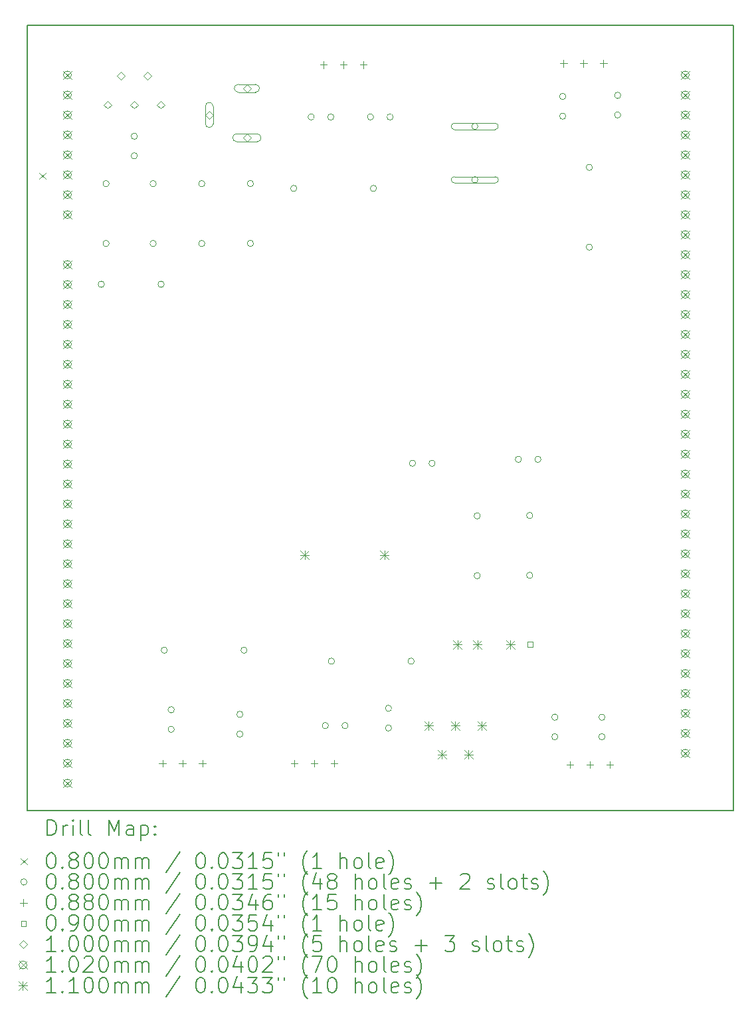
<source format=gbr>
%TF.GenerationSoftware,KiCad,Pcbnew,7.0.11-7.0.11~ubuntu22.04.1*%
%TF.CreationDate,2024-06-01T19:22:42-03:00*%
%TF.ProjectId,Fonte_tensao_LM675_v05b,466f6e74-655f-4746-956e-73616f5f4c4d,v02*%
%TF.SameCoordinates,Original*%
%TF.FileFunction,Drillmap*%
%TF.FilePolarity,Positive*%
%FSLAX45Y45*%
G04 Gerber Fmt 4.5, Leading zero omitted, Abs format (unit mm)*
G04 Created by KiCad (PCBNEW 7.0.11-7.0.11~ubuntu22.04.1) date 2024-06-01 19:22:42*
%MOMM*%
%LPD*%
G01*
G04 APERTURE LIST*
%ADD10C,0.150000*%
%ADD11C,0.200000*%
%ADD12C,0.100000*%
%ADD13C,0.102000*%
%ADD14C,0.110000*%
G04 APERTURE END LIST*
D10*
X19160000Y-5080000D02*
X10160000Y-5080000D01*
X19160000Y-15080000D02*
X19160000Y-5080000D01*
X19159982Y-15079980D02*
X10160000Y-15079980D01*
X10160000Y-5080000D02*
X10160000Y-15079980D01*
D11*
D12*
X10312000Y-6958110D02*
X10392000Y-7038110D01*
X10392000Y-6958110D02*
X10312000Y-7038110D01*
X11139000Y-8380000D02*
G75*
G03*
X11059000Y-8380000I-40000J0D01*
G01*
X11059000Y-8380000D02*
G75*
G03*
X11139000Y-8380000I40000J0D01*
G01*
X11200000Y-7099000D02*
G75*
G03*
X11120000Y-7099000I-40000J0D01*
G01*
X11120000Y-7099000D02*
G75*
G03*
X11200000Y-7099000I40000J0D01*
G01*
X11200000Y-7861000D02*
G75*
G03*
X11120000Y-7861000I-40000J0D01*
G01*
X11120000Y-7861000D02*
G75*
G03*
X11200000Y-7861000I40000J0D01*
G01*
X11560000Y-6495000D02*
G75*
G03*
X11480000Y-6495000I-40000J0D01*
G01*
X11480000Y-6495000D02*
G75*
G03*
X11560000Y-6495000I40000J0D01*
G01*
X11560000Y-6745000D02*
G75*
G03*
X11480000Y-6745000I-40000J0D01*
G01*
X11480000Y-6745000D02*
G75*
G03*
X11560000Y-6745000I40000J0D01*
G01*
X11800000Y-7099000D02*
G75*
G03*
X11720000Y-7099000I-40000J0D01*
G01*
X11720000Y-7099000D02*
G75*
G03*
X11800000Y-7099000I40000J0D01*
G01*
X11800000Y-7861000D02*
G75*
G03*
X11720000Y-7861000I-40000J0D01*
G01*
X11720000Y-7861000D02*
G75*
G03*
X11800000Y-7861000I40000J0D01*
G01*
X11901000Y-8380000D02*
G75*
G03*
X11821000Y-8380000I-40000J0D01*
G01*
X11821000Y-8380000D02*
G75*
G03*
X11901000Y-8380000I40000J0D01*
G01*
X11942000Y-13040000D02*
G75*
G03*
X11862000Y-13040000I-40000J0D01*
G01*
X11862000Y-13040000D02*
G75*
G03*
X11942000Y-13040000I40000J0D01*
G01*
X12030000Y-13797860D02*
G75*
G03*
X11950000Y-13797860I-40000J0D01*
G01*
X11950000Y-13797860D02*
G75*
G03*
X12030000Y-13797860I40000J0D01*
G01*
X12030000Y-14047860D02*
G75*
G03*
X11950000Y-14047860I-40000J0D01*
G01*
X11950000Y-14047860D02*
G75*
G03*
X12030000Y-14047860I40000J0D01*
G01*
X12420000Y-7099000D02*
G75*
G03*
X12340000Y-7099000I-40000J0D01*
G01*
X12340000Y-7099000D02*
G75*
G03*
X12420000Y-7099000I40000J0D01*
G01*
X12420000Y-7861000D02*
G75*
G03*
X12340000Y-7861000I-40000J0D01*
G01*
X12340000Y-7861000D02*
G75*
G03*
X12420000Y-7861000I40000J0D01*
G01*
X12905000Y-13857110D02*
G75*
G03*
X12825000Y-13857110I-40000J0D01*
G01*
X12825000Y-13857110D02*
G75*
G03*
X12905000Y-13857110I40000J0D01*
G01*
X12905000Y-14107110D02*
G75*
G03*
X12825000Y-14107110I-40000J0D01*
G01*
X12825000Y-14107110D02*
G75*
G03*
X12905000Y-14107110I40000J0D01*
G01*
X12958000Y-13040000D02*
G75*
G03*
X12878000Y-13040000I-40000J0D01*
G01*
X12878000Y-13040000D02*
G75*
G03*
X12958000Y-13040000I40000J0D01*
G01*
X13040000Y-7099000D02*
G75*
G03*
X12960000Y-7099000I-40000J0D01*
G01*
X12960000Y-7099000D02*
G75*
G03*
X13040000Y-7099000I40000J0D01*
G01*
X13040000Y-7861000D02*
G75*
G03*
X12960000Y-7861000I-40000J0D01*
G01*
X12960000Y-7861000D02*
G75*
G03*
X13040000Y-7861000I40000J0D01*
G01*
X13592000Y-7160000D02*
G75*
G03*
X13512000Y-7160000I-40000J0D01*
G01*
X13512000Y-7160000D02*
G75*
G03*
X13592000Y-7160000I40000J0D01*
G01*
X13814220Y-6250000D02*
G75*
G03*
X13734220Y-6250000I-40000J0D01*
G01*
X13734220Y-6250000D02*
G75*
G03*
X13814220Y-6250000I40000J0D01*
G01*
X13995000Y-14000000D02*
G75*
G03*
X13915000Y-14000000I-40000J0D01*
G01*
X13915000Y-14000000D02*
G75*
G03*
X13995000Y-14000000I40000J0D01*
G01*
X14064220Y-6250000D02*
G75*
G03*
X13984220Y-6250000I-40000J0D01*
G01*
X13984220Y-6250000D02*
G75*
G03*
X14064220Y-6250000I40000J0D01*
G01*
X14072000Y-13180000D02*
G75*
G03*
X13992000Y-13180000I-40000J0D01*
G01*
X13992000Y-13180000D02*
G75*
G03*
X14072000Y-13180000I40000J0D01*
G01*
X14245000Y-14000000D02*
G75*
G03*
X14165000Y-14000000I-40000J0D01*
G01*
X14165000Y-14000000D02*
G75*
G03*
X14245000Y-14000000I40000J0D01*
G01*
X14570000Y-6250000D02*
G75*
G03*
X14490000Y-6250000I-40000J0D01*
G01*
X14490000Y-6250000D02*
G75*
G03*
X14570000Y-6250000I40000J0D01*
G01*
X14608000Y-7160000D02*
G75*
G03*
X14528000Y-7160000I-40000J0D01*
G01*
X14528000Y-7160000D02*
G75*
G03*
X14608000Y-7160000I40000J0D01*
G01*
X14800000Y-13780000D02*
G75*
G03*
X14720000Y-13780000I-40000J0D01*
G01*
X14720000Y-13780000D02*
G75*
G03*
X14800000Y-13780000I40000J0D01*
G01*
X14800000Y-14030000D02*
G75*
G03*
X14720000Y-14030000I-40000J0D01*
G01*
X14720000Y-14030000D02*
G75*
G03*
X14800000Y-14030000I40000J0D01*
G01*
X14820000Y-6250000D02*
G75*
G03*
X14740000Y-6250000I-40000J0D01*
G01*
X14740000Y-6250000D02*
G75*
G03*
X14820000Y-6250000I40000J0D01*
G01*
X15088000Y-13180000D02*
G75*
G03*
X15008000Y-13180000I-40000J0D01*
G01*
X15008000Y-13180000D02*
G75*
G03*
X15088000Y-13180000I40000J0D01*
G01*
X15105000Y-10660000D02*
G75*
G03*
X15025000Y-10660000I-40000J0D01*
G01*
X15025000Y-10660000D02*
G75*
G03*
X15105000Y-10660000I40000J0D01*
G01*
X15355000Y-10660000D02*
G75*
G03*
X15275000Y-10660000I-40000J0D01*
G01*
X15275000Y-10660000D02*
G75*
G03*
X15355000Y-10660000I40000J0D01*
G01*
X15900000Y-6370000D02*
G75*
G03*
X15820000Y-6370000I-40000J0D01*
G01*
X15820000Y-6370000D02*
G75*
G03*
X15900000Y-6370000I40000J0D01*
G01*
X15600000Y-6410000D02*
X16120000Y-6410000D01*
X16120000Y-6410000D02*
G75*
G03*
X16120000Y-6330000I0J40000D01*
G01*
X16120000Y-6330000D02*
X15600000Y-6330000D01*
X15600000Y-6330000D02*
G75*
G03*
X15600000Y-6410000I0J-40000D01*
G01*
X15900000Y-7050000D02*
G75*
G03*
X15820000Y-7050000I-40000J0D01*
G01*
X15820000Y-7050000D02*
G75*
G03*
X15900000Y-7050000I40000J0D01*
G01*
X15600000Y-7090000D02*
X16120000Y-7090000D01*
X16120000Y-7090000D02*
G75*
G03*
X16120000Y-7010000I0J40000D01*
G01*
X16120000Y-7010000D02*
X15600000Y-7010000D01*
X15600000Y-7010000D02*
G75*
G03*
X15600000Y-7090000I0J-40000D01*
G01*
X15930000Y-11329000D02*
G75*
G03*
X15850000Y-11329000I-40000J0D01*
G01*
X15850000Y-11329000D02*
G75*
G03*
X15930000Y-11329000I40000J0D01*
G01*
X15930000Y-12091000D02*
G75*
G03*
X15850000Y-12091000I-40000J0D01*
G01*
X15850000Y-12091000D02*
G75*
G03*
X15930000Y-12091000I40000J0D01*
G01*
X16455000Y-10610000D02*
G75*
G03*
X16375000Y-10610000I-40000J0D01*
G01*
X16375000Y-10610000D02*
G75*
G03*
X16455000Y-10610000I40000J0D01*
G01*
X16599470Y-11324120D02*
G75*
G03*
X16519470Y-11324120I-40000J0D01*
G01*
X16519470Y-11324120D02*
G75*
G03*
X16599470Y-11324120I40000J0D01*
G01*
X16599470Y-12086120D02*
G75*
G03*
X16519470Y-12086120I-40000J0D01*
G01*
X16519470Y-12086120D02*
G75*
G03*
X16599470Y-12086120I40000J0D01*
G01*
X16705000Y-10610000D02*
G75*
G03*
X16625000Y-10610000I-40000J0D01*
G01*
X16625000Y-10610000D02*
G75*
G03*
X16705000Y-10610000I40000J0D01*
G01*
X16920000Y-13892890D02*
G75*
G03*
X16840000Y-13892890I-40000J0D01*
G01*
X16840000Y-13892890D02*
G75*
G03*
X16920000Y-13892890I40000J0D01*
G01*
X16920000Y-14142890D02*
G75*
G03*
X16840000Y-14142890I-40000J0D01*
G01*
X16840000Y-14142890D02*
G75*
G03*
X16920000Y-14142890I40000J0D01*
G01*
X17020000Y-5990000D02*
G75*
G03*
X16940000Y-5990000I-40000J0D01*
G01*
X16940000Y-5990000D02*
G75*
G03*
X17020000Y-5990000I40000J0D01*
G01*
X17020000Y-6240000D02*
G75*
G03*
X16940000Y-6240000I-40000J0D01*
G01*
X16940000Y-6240000D02*
G75*
G03*
X17020000Y-6240000I40000J0D01*
G01*
X17360000Y-6892000D02*
G75*
G03*
X17280000Y-6892000I-40000J0D01*
G01*
X17280000Y-6892000D02*
G75*
G03*
X17360000Y-6892000I40000J0D01*
G01*
X17360000Y-7908000D02*
G75*
G03*
X17280000Y-7908000I-40000J0D01*
G01*
X17280000Y-7908000D02*
G75*
G03*
X17360000Y-7908000I40000J0D01*
G01*
X17520000Y-13892890D02*
G75*
G03*
X17440000Y-13892890I-40000J0D01*
G01*
X17440000Y-13892890D02*
G75*
G03*
X17520000Y-13892890I40000J0D01*
G01*
X17520000Y-14142890D02*
G75*
G03*
X17440000Y-14142890I-40000J0D01*
G01*
X17440000Y-14142890D02*
G75*
G03*
X17520000Y-14142890I40000J0D01*
G01*
X17720000Y-5975000D02*
G75*
G03*
X17640000Y-5975000I-40000J0D01*
G01*
X17640000Y-5975000D02*
G75*
G03*
X17720000Y-5975000I40000J0D01*
G01*
X17720000Y-6225000D02*
G75*
G03*
X17640000Y-6225000I-40000J0D01*
G01*
X17640000Y-6225000D02*
G75*
G03*
X17720000Y-6225000I40000J0D01*
G01*
X11880000Y-14436000D02*
X11880000Y-14524000D01*
X11836000Y-14480000D02*
X11924000Y-14480000D01*
X12134000Y-14436000D02*
X12134000Y-14524000D01*
X12090000Y-14480000D02*
X12178000Y-14480000D01*
X12388000Y-14436000D02*
X12388000Y-14524000D01*
X12344000Y-14480000D02*
X12432000Y-14480000D01*
X13560000Y-14436000D02*
X13560000Y-14524000D01*
X13516000Y-14480000D02*
X13604000Y-14480000D01*
X13814000Y-14436000D02*
X13814000Y-14524000D01*
X13770000Y-14480000D02*
X13858000Y-14480000D01*
X13932110Y-5541000D02*
X13932110Y-5629000D01*
X13888110Y-5585000D02*
X13976110Y-5585000D01*
X14068000Y-14436000D02*
X14068000Y-14524000D01*
X14024000Y-14480000D02*
X14112000Y-14480000D01*
X14186110Y-5541000D02*
X14186110Y-5629000D01*
X14142110Y-5585000D02*
X14230110Y-5585000D01*
X14440110Y-5541000D02*
X14440110Y-5629000D01*
X14396110Y-5585000D02*
X14484110Y-5585000D01*
X16991000Y-5525500D02*
X16991000Y-5613500D01*
X16947000Y-5569500D02*
X17035000Y-5569500D01*
X17071000Y-14456000D02*
X17071000Y-14544000D01*
X17027000Y-14500000D02*
X17115000Y-14500000D01*
X17245000Y-5525500D02*
X17245000Y-5613500D01*
X17201000Y-5569500D02*
X17289000Y-5569500D01*
X17325000Y-14456000D02*
X17325000Y-14544000D01*
X17281000Y-14500000D02*
X17369000Y-14500000D01*
X17499000Y-5525500D02*
X17499000Y-5613500D01*
X17455000Y-5569500D02*
X17543000Y-5569500D01*
X17579000Y-14456000D02*
X17579000Y-14544000D01*
X17535000Y-14500000D02*
X17623000Y-14500000D01*
X16598320Y-12997820D02*
X16598320Y-12934180D01*
X16534680Y-12934180D01*
X16534680Y-12997820D01*
X16598320Y-12997820D01*
X11180000Y-6145000D02*
X11230000Y-6095000D01*
X11180000Y-6045000D01*
X11130000Y-6095000D01*
X11180000Y-6145000D01*
X11350000Y-5775000D02*
X11400000Y-5725000D01*
X11350000Y-5675000D01*
X11300000Y-5725000D01*
X11350000Y-5775000D01*
X11520000Y-6145000D02*
X11570000Y-6095000D01*
X11520000Y-6045000D01*
X11470000Y-6095000D01*
X11520000Y-6145000D01*
X11690000Y-5775000D02*
X11740000Y-5725000D01*
X11690000Y-5675000D01*
X11640000Y-5725000D01*
X11690000Y-5775000D01*
X11860000Y-6145000D02*
X11910000Y-6095000D01*
X11860000Y-6045000D01*
X11810000Y-6095000D01*
X11860000Y-6145000D01*
X12475000Y-6275000D02*
X12525000Y-6225000D01*
X12475000Y-6175000D01*
X12425000Y-6225000D01*
X12475000Y-6275000D01*
X12525000Y-6335000D02*
X12525000Y-6115000D01*
X12525000Y-6115000D02*
G75*
G03*
X12425000Y-6115000I-50000J0D01*
G01*
X12425000Y-6115000D02*
X12425000Y-6335000D01*
X12425000Y-6335000D02*
G75*
G03*
X12525000Y-6335000I50000J0D01*
G01*
X12955000Y-5935000D02*
X13005000Y-5885000D01*
X12955000Y-5835000D01*
X12905000Y-5885000D01*
X12955000Y-5935000D01*
X13065000Y-5835000D02*
X12845000Y-5835000D01*
X12845000Y-5835000D02*
G75*
G03*
X12845000Y-5935000I0J-50000D01*
G01*
X12845000Y-5935000D02*
X13065000Y-5935000D01*
X13065000Y-5935000D02*
G75*
G03*
X13065000Y-5835000I0J50000D01*
G01*
X12955000Y-6565000D02*
X13005000Y-6515000D01*
X12955000Y-6465000D01*
X12905000Y-6515000D01*
X12955000Y-6565000D01*
X13085000Y-6465000D02*
X12825000Y-6465000D01*
X12825000Y-6465000D02*
G75*
G03*
X12825000Y-6565000I0J-50000D01*
G01*
X12825000Y-6565000D02*
X13085000Y-6565000D01*
X13085000Y-6565000D02*
G75*
G03*
X13085000Y-6465000I0J50000D01*
G01*
D13*
X10617000Y-5664000D02*
X10719000Y-5766000D01*
X10719000Y-5664000D02*
X10617000Y-5766000D01*
X10719000Y-5715000D02*
G75*
G03*
X10617000Y-5715000I-51000J0D01*
G01*
X10617000Y-5715000D02*
G75*
G03*
X10719000Y-5715000I51000J0D01*
G01*
X10617000Y-5918000D02*
X10719000Y-6020000D01*
X10719000Y-5918000D02*
X10617000Y-6020000D01*
X10719000Y-5969000D02*
G75*
G03*
X10617000Y-5969000I-51000J0D01*
G01*
X10617000Y-5969000D02*
G75*
G03*
X10719000Y-5969000I51000J0D01*
G01*
X10617000Y-6172000D02*
X10719000Y-6274000D01*
X10719000Y-6172000D02*
X10617000Y-6274000D01*
X10719000Y-6223000D02*
G75*
G03*
X10617000Y-6223000I-51000J0D01*
G01*
X10617000Y-6223000D02*
G75*
G03*
X10719000Y-6223000I51000J0D01*
G01*
X10617000Y-6426000D02*
X10719000Y-6528000D01*
X10719000Y-6426000D02*
X10617000Y-6528000D01*
X10719000Y-6477000D02*
G75*
G03*
X10617000Y-6477000I-51000J0D01*
G01*
X10617000Y-6477000D02*
G75*
G03*
X10719000Y-6477000I51000J0D01*
G01*
X10617000Y-6680000D02*
X10719000Y-6782000D01*
X10719000Y-6680000D02*
X10617000Y-6782000D01*
X10719000Y-6731000D02*
G75*
G03*
X10617000Y-6731000I-51000J0D01*
G01*
X10617000Y-6731000D02*
G75*
G03*
X10719000Y-6731000I51000J0D01*
G01*
X10617000Y-6934000D02*
X10719000Y-7036000D01*
X10719000Y-6934000D02*
X10617000Y-7036000D01*
X10719000Y-6985000D02*
G75*
G03*
X10617000Y-6985000I-51000J0D01*
G01*
X10617000Y-6985000D02*
G75*
G03*
X10719000Y-6985000I51000J0D01*
G01*
X10617000Y-7188000D02*
X10719000Y-7290000D01*
X10719000Y-7188000D02*
X10617000Y-7290000D01*
X10719000Y-7239000D02*
G75*
G03*
X10617000Y-7239000I-51000J0D01*
G01*
X10617000Y-7239000D02*
G75*
G03*
X10719000Y-7239000I51000J0D01*
G01*
X10617000Y-7442000D02*
X10719000Y-7544000D01*
X10719000Y-7442000D02*
X10617000Y-7544000D01*
X10719000Y-7493000D02*
G75*
G03*
X10617000Y-7493000I-51000J0D01*
G01*
X10617000Y-7493000D02*
G75*
G03*
X10719000Y-7493000I51000J0D01*
G01*
X10617000Y-8077000D02*
X10719000Y-8179000D01*
X10719000Y-8077000D02*
X10617000Y-8179000D01*
X10719000Y-8128000D02*
G75*
G03*
X10617000Y-8128000I-51000J0D01*
G01*
X10617000Y-8128000D02*
G75*
G03*
X10719000Y-8128000I51000J0D01*
G01*
X10617000Y-8331000D02*
X10719000Y-8433000D01*
X10719000Y-8331000D02*
X10617000Y-8433000D01*
X10719000Y-8382000D02*
G75*
G03*
X10617000Y-8382000I-51000J0D01*
G01*
X10617000Y-8382000D02*
G75*
G03*
X10719000Y-8382000I51000J0D01*
G01*
X10617000Y-8585000D02*
X10719000Y-8687000D01*
X10719000Y-8585000D02*
X10617000Y-8687000D01*
X10719000Y-8636000D02*
G75*
G03*
X10617000Y-8636000I-51000J0D01*
G01*
X10617000Y-8636000D02*
G75*
G03*
X10719000Y-8636000I51000J0D01*
G01*
X10617000Y-8839000D02*
X10719000Y-8941000D01*
X10719000Y-8839000D02*
X10617000Y-8941000D01*
X10719000Y-8890000D02*
G75*
G03*
X10617000Y-8890000I-51000J0D01*
G01*
X10617000Y-8890000D02*
G75*
G03*
X10719000Y-8890000I51000J0D01*
G01*
X10617000Y-9093000D02*
X10719000Y-9195000D01*
X10719000Y-9093000D02*
X10617000Y-9195000D01*
X10719000Y-9144000D02*
G75*
G03*
X10617000Y-9144000I-51000J0D01*
G01*
X10617000Y-9144000D02*
G75*
G03*
X10719000Y-9144000I51000J0D01*
G01*
X10617000Y-9347000D02*
X10719000Y-9449000D01*
X10719000Y-9347000D02*
X10617000Y-9449000D01*
X10719000Y-9398000D02*
G75*
G03*
X10617000Y-9398000I-51000J0D01*
G01*
X10617000Y-9398000D02*
G75*
G03*
X10719000Y-9398000I51000J0D01*
G01*
X10617000Y-9601000D02*
X10719000Y-9703000D01*
X10719000Y-9601000D02*
X10617000Y-9703000D01*
X10719000Y-9652000D02*
G75*
G03*
X10617000Y-9652000I-51000J0D01*
G01*
X10617000Y-9652000D02*
G75*
G03*
X10719000Y-9652000I51000J0D01*
G01*
X10617000Y-9855000D02*
X10719000Y-9957000D01*
X10719000Y-9855000D02*
X10617000Y-9957000D01*
X10719000Y-9906000D02*
G75*
G03*
X10617000Y-9906000I-51000J0D01*
G01*
X10617000Y-9906000D02*
G75*
G03*
X10719000Y-9906000I51000J0D01*
G01*
X10617000Y-10109000D02*
X10719000Y-10211000D01*
X10719000Y-10109000D02*
X10617000Y-10211000D01*
X10719000Y-10160000D02*
G75*
G03*
X10617000Y-10160000I-51000J0D01*
G01*
X10617000Y-10160000D02*
G75*
G03*
X10719000Y-10160000I51000J0D01*
G01*
X10617000Y-10363000D02*
X10719000Y-10465000D01*
X10719000Y-10363000D02*
X10617000Y-10465000D01*
X10719000Y-10414000D02*
G75*
G03*
X10617000Y-10414000I-51000J0D01*
G01*
X10617000Y-10414000D02*
G75*
G03*
X10719000Y-10414000I51000J0D01*
G01*
X10617000Y-10617000D02*
X10719000Y-10719000D01*
X10719000Y-10617000D02*
X10617000Y-10719000D01*
X10719000Y-10668000D02*
G75*
G03*
X10617000Y-10668000I-51000J0D01*
G01*
X10617000Y-10668000D02*
G75*
G03*
X10719000Y-10668000I51000J0D01*
G01*
X10617000Y-10871000D02*
X10719000Y-10973000D01*
X10719000Y-10871000D02*
X10617000Y-10973000D01*
X10719000Y-10922000D02*
G75*
G03*
X10617000Y-10922000I-51000J0D01*
G01*
X10617000Y-10922000D02*
G75*
G03*
X10719000Y-10922000I51000J0D01*
G01*
X10617000Y-11125000D02*
X10719000Y-11227000D01*
X10719000Y-11125000D02*
X10617000Y-11227000D01*
X10719000Y-11176000D02*
G75*
G03*
X10617000Y-11176000I-51000J0D01*
G01*
X10617000Y-11176000D02*
G75*
G03*
X10719000Y-11176000I51000J0D01*
G01*
X10617000Y-11379000D02*
X10719000Y-11481000D01*
X10719000Y-11379000D02*
X10617000Y-11481000D01*
X10719000Y-11430000D02*
G75*
G03*
X10617000Y-11430000I-51000J0D01*
G01*
X10617000Y-11430000D02*
G75*
G03*
X10719000Y-11430000I51000J0D01*
G01*
X10617000Y-11633000D02*
X10719000Y-11735000D01*
X10719000Y-11633000D02*
X10617000Y-11735000D01*
X10719000Y-11684000D02*
G75*
G03*
X10617000Y-11684000I-51000J0D01*
G01*
X10617000Y-11684000D02*
G75*
G03*
X10719000Y-11684000I51000J0D01*
G01*
X10617000Y-11887000D02*
X10719000Y-11989000D01*
X10719000Y-11887000D02*
X10617000Y-11989000D01*
X10719000Y-11938000D02*
G75*
G03*
X10617000Y-11938000I-51000J0D01*
G01*
X10617000Y-11938000D02*
G75*
G03*
X10719000Y-11938000I51000J0D01*
G01*
X10617000Y-12141000D02*
X10719000Y-12243000D01*
X10719000Y-12141000D02*
X10617000Y-12243000D01*
X10719000Y-12192000D02*
G75*
G03*
X10617000Y-12192000I-51000J0D01*
G01*
X10617000Y-12192000D02*
G75*
G03*
X10719000Y-12192000I51000J0D01*
G01*
X10617000Y-12395000D02*
X10719000Y-12497000D01*
X10719000Y-12395000D02*
X10617000Y-12497000D01*
X10719000Y-12446000D02*
G75*
G03*
X10617000Y-12446000I-51000J0D01*
G01*
X10617000Y-12446000D02*
G75*
G03*
X10719000Y-12446000I51000J0D01*
G01*
X10617000Y-12649000D02*
X10719000Y-12751000D01*
X10719000Y-12649000D02*
X10617000Y-12751000D01*
X10719000Y-12700000D02*
G75*
G03*
X10617000Y-12700000I-51000J0D01*
G01*
X10617000Y-12700000D02*
G75*
G03*
X10719000Y-12700000I51000J0D01*
G01*
X10617000Y-12903000D02*
X10719000Y-13005000D01*
X10719000Y-12903000D02*
X10617000Y-13005000D01*
X10719000Y-12954000D02*
G75*
G03*
X10617000Y-12954000I-51000J0D01*
G01*
X10617000Y-12954000D02*
G75*
G03*
X10719000Y-12954000I51000J0D01*
G01*
X10617000Y-13157000D02*
X10719000Y-13259000D01*
X10719000Y-13157000D02*
X10617000Y-13259000D01*
X10719000Y-13208000D02*
G75*
G03*
X10617000Y-13208000I-51000J0D01*
G01*
X10617000Y-13208000D02*
G75*
G03*
X10719000Y-13208000I51000J0D01*
G01*
X10617000Y-13411000D02*
X10719000Y-13513000D01*
X10719000Y-13411000D02*
X10617000Y-13513000D01*
X10719000Y-13462000D02*
G75*
G03*
X10617000Y-13462000I-51000J0D01*
G01*
X10617000Y-13462000D02*
G75*
G03*
X10719000Y-13462000I51000J0D01*
G01*
X10617000Y-13665000D02*
X10719000Y-13767000D01*
X10719000Y-13665000D02*
X10617000Y-13767000D01*
X10719000Y-13716000D02*
G75*
G03*
X10617000Y-13716000I-51000J0D01*
G01*
X10617000Y-13716000D02*
G75*
G03*
X10719000Y-13716000I51000J0D01*
G01*
X10617000Y-13919000D02*
X10719000Y-14021000D01*
X10719000Y-13919000D02*
X10617000Y-14021000D01*
X10719000Y-13970000D02*
G75*
G03*
X10617000Y-13970000I-51000J0D01*
G01*
X10617000Y-13970000D02*
G75*
G03*
X10719000Y-13970000I51000J0D01*
G01*
X10617000Y-14173000D02*
X10719000Y-14275000D01*
X10719000Y-14173000D02*
X10617000Y-14275000D01*
X10719000Y-14224000D02*
G75*
G03*
X10617000Y-14224000I-51000J0D01*
G01*
X10617000Y-14224000D02*
G75*
G03*
X10719000Y-14224000I51000J0D01*
G01*
X10617000Y-14427000D02*
X10719000Y-14529000D01*
X10719000Y-14427000D02*
X10617000Y-14529000D01*
X10719000Y-14478000D02*
G75*
G03*
X10617000Y-14478000I-51000J0D01*
G01*
X10617000Y-14478000D02*
G75*
G03*
X10719000Y-14478000I51000J0D01*
G01*
X10617000Y-14681000D02*
X10719000Y-14783000D01*
X10719000Y-14681000D02*
X10617000Y-14783000D01*
X10719000Y-14732000D02*
G75*
G03*
X10617000Y-14732000I-51000J0D01*
G01*
X10617000Y-14732000D02*
G75*
G03*
X10719000Y-14732000I51000J0D01*
G01*
X18491000Y-5664000D02*
X18593000Y-5766000D01*
X18593000Y-5664000D02*
X18491000Y-5766000D01*
X18593000Y-5715000D02*
G75*
G03*
X18491000Y-5715000I-51000J0D01*
G01*
X18491000Y-5715000D02*
G75*
G03*
X18593000Y-5715000I51000J0D01*
G01*
X18491000Y-5918000D02*
X18593000Y-6020000D01*
X18593000Y-5918000D02*
X18491000Y-6020000D01*
X18593000Y-5969000D02*
G75*
G03*
X18491000Y-5969000I-51000J0D01*
G01*
X18491000Y-5969000D02*
G75*
G03*
X18593000Y-5969000I51000J0D01*
G01*
X18491000Y-6172000D02*
X18593000Y-6274000D01*
X18593000Y-6172000D02*
X18491000Y-6274000D01*
X18593000Y-6223000D02*
G75*
G03*
X18491000Y-6223000I-51000J0D01*
G01*
X18491000Y-6223000D02*
G75*
G03*
X18593000Y-6223000I51000J0D01*
G01*
X18491000Y-6426000D02*
X18593000Y-6528000D01*
X18593000Y-6426000D02*
X18491000Y-6528000D01*
X18593000Y-6477000D02*
G75*
G03*
X18491000Y-6477000I-51000J0D01*
G01*
X18491000Y-6477000D02*
G75*
G03*
X18593000Y-6477000I51000J0D01*
G01*
X18491000Y-6680000D02*
X18593000Y-6782000D01*
X18593000Y-6680000D02*
X18491000Y-6782000D01*
X18593000Y-6731000D02*
G75*
G03*
X18491000Y-6731000I-51000J0D01*
G01*
X18491000Y-6731000D02*
G75*
G03*
X18593000Y-6731000I51000J0D01*
G01*
X18491000Y-6934000D02*
X18593000Y-7036000D01*
X18593000Y-6934000D02*
X18491000Y-7036000D01*
X18593000Y-6985000D02*
G75*
G03*
X18491000Y-6985000I-51000J0D01*
G01*
X18491000Y-6985000D02*
G75*
G03*
X18593000Y-6985000I51000J0D01*
G01*
X18491000Y-7188000D02*
X18593000Y-7290000D01*
X18593000Y-7188000D02*
X18491000Y-7290000D01*
X18593000Y-7239000D02*
G75*
G03*
X18491000Y-7239000I-51000J0D01*
G01*
X18491000Y-7239000D02*
G75*
G03*
X18593000Y-7239000I51000J0D01*
G01*
X18491000Y-7442000D02*
X18593000Y-7544000D01*
X18593000Y-7442000D02*
X18491000Y-7544000D01*
X18593000Y-7493000D02*
G75*
G03*
X18491000Y-7493000I-51000J0D01*
G01*
X18491000Y-7493000D02*
G75*
G03*
X18593000Y-7493000I51000J0D01*
G01*
X18491000Y-7696000D02*
X18593000Y-7798000D01*
X18593000Y-7696000D02*
X18491000Y-7798000D01*
X18593000Y-7747000D02*
G75*
G03*
X18491000Y-7747000I-51000J0D01*
G01*
X18491000Y-7747000D02*
G75*
G03*
X18593000Y-7747000I51000J0D01*
G01*
X18491000Y-7950000D02*
X18593000Y-8052000D01*
X18593000Y-7950000D02*
X18491000Y-8052000D01*
X18593000Y-8001000D02*
G75*
G03*
X18491000Y-8001000I-51000J0D01*
G01*
X18491000Y-8001000D02*
G75*
G03*
X18593000Y-8001000I51000J0D01*
G01*
X18491000Y-8204000D02*
X18593000Y-8306000D01*
X18593000Y-8204000D02*
X18491000Y-8306000D01*
X18593000Y-8255000D02*
G75*
G03*
X18491000Y-8255000I-51000J0D01*
G01*
X18491000Y-8255000D02*
G75*
G03*
X18593000Y-8255000I51000J0D01*
G01*
X18491000Y-8458000D02*
X18593000Y-8560000D01*
X18593000Y-8458000D02*
X18491000Y-8560000D01*
X18593000Y-8509000D02*
G75*
G03*
X18491000Y-8509000I-51000J0D01*
G01*
X18491000Y-8509000D02*
G75*
G03*
X18593000Y-8509000I51000J0D01*
G01*
X18491000Y-8712000D02*
X18593000Y-8814000D01*
X18593000Y-8712000D02*
X18491000Y-8814000D01*
X18593000Y-8763000D02*
G75*
G03*
X18491000Y-8763000I-51000J0D01*
G01*
X18491000Y-8763000D02*
G75*
G03*
X18593000Y-8763000I51000J0D01*
G01*
X18491000Y-8966000D02*
X18593000Y-9068000D01*
X18593000Y-8966000D02*
X18491000Y-9068000D01*
X18593000Y-9017000D02*
G75*
G03*
X18491000Y-9017000I-51000J0D01*
G01*
X18491000Y-9017000D02*
G75*
G03*
X18593000Y-9017000I51000J0D01*
G01*
X18491000Y-9220000D02*
X18593000Y-9322000D01*
X18593000Y-9220000D02*
X18491000Y-9322000D01*
X18593000Y-9271000D02*
G75*
G03*
X18491000Y-9271000I-51000J0D01*
G01*
X18491000Y-9271000D02*
G75*
G03*
X18593000Y-9271000I51000J0D01*
G01*
X18491000Y-9474000D02*
X18593000Y-9576000D01*
X18593000Y-9474000D02*
X18491000Y-9576000D01*
X18593000Y-9525000D02*
G75*
G03*
X18491000Y-9525000I-51000J0D01*
G01*
X18491000Y-9525000D02*
G75*
G03*
X18593000Y-9525000I51000J0D01*
G01*
X18491000Y-9728000D02*
X18593000Y-9830000D01*
X18593000Y-9728000D02*
X18491000Y-9830000D01*
X18593000Y-9779000D02*
G75*
G03*
X18491000Y-9779000I-51000J0D01*
G01*
X18491000Y-9779000D02*
G75*
G03*
X18593000Y-9779000I51000J0D01*
G01*
X18491000Y-9982000D02*
X18593000Y-10084000D01*
X18593000Y-9982000D02*
X18491000Y-10084000D01*
X18593000Y-10033000D02*
G75*
G03*
X18491000Y-10033000I-51000J0D01*
G01*
X18491000Y-10033000D02*
G75*
G03*
X18593000Y-10033000I51000J0D01*
G01*
X18491000Y-10236000D02*
X18593000Y-10338000D01*
X18593000Y-10236000D02*
X18491000Y-10338000D01*
X18593000Y-10287000D02*
G75*
G03*
X18491000Y-10287000I-51000J0D01*
G01*
X18491000Y-10287000D02*
G75*
G03*
X18593000Y-10287000I51000J0D01*
G01*
X18491000Y-10490000D02*
X18593000Y-10592000D01*
X18593000Y-10490000D02*
X18491000Y-10592000D01*
X18593000Y-10541000D02*
G75*
G03*
X18491000Y-10541000I-51000J0D01*
G01*
X18491000Y-10541000D02*
G75*
G03*
X18593000Y-10541000I51000J0D01*
G01*
X18491000Y-10744000D02*
X18593000Y-10846000D01*
X18593000Y-10744000D02*
X18491000Y-10846000D01*
X18593000Y-10795000D02*
G75*
G03*
X18491000Y-10795000I-51000J0D01*
G01*
X18491000Y-10795000D02*
G75*
G03*
X18593000Y-10795000I51000J0D01*
G01*
X18491000Y-10998000D02*
X18593000Y-11100000D01*
X18593000Y-10998000D02*
X18491000Y-11100000D01*
X18593000Y-11049000D02*
G75*
G03*
X18491000Y-11049000I-51000J0D01*
G01*
X18491000Y-11049000D02*
G75*
G03*
X18593000Y-11049000I51000J0D01*
G01*
X18491000Y-11252000D02*
X18593000Y-11354000D01*
X18593000Y-11252000D02*
X18491000Y-11354000D01*
X18593000Y-11303000D02*
G75*
G03*
X18491000Y-11303000I-51000J0D01*
G01*
X18491000Y-11303000D02*
G75*
G03*
X18593000Y-11303000I51000J0D01*
G01*
X18491000Y-11506000D02*
X18593000Y-11608000D01*
X18593000Y-11506000D02*
X18491000Y-11608000D01*
X18593000Y-11557000D02*
G75*
G03*
X18491000Y-11557000I-51000J0D01*
G01*
X18491000Y-11557000D02*
G75*
G03*
X18593000Y-11557000I51000J0D01*
G01*
X18491000Y-11760000D02*
X18593000Y-11862000D01*
X18593000Y-11760000D02*
X18491000Y-11862000D01*
X18593000Y-11811000D02*
G75*
G03*
X18491000Y-11811000I-51000J0D01*
G01*
X18491000Y-11811000D02*
G75*
G03*
X18593000Y-11811000I51000J0D01*
G01*
X18491000Y-12014000D02*
X18593000Y-12116000D01*
X18593000Y-12014000D02*
X18491000Y-12116000D01*
X18593000Y-12065000D02*
G75*
G03*
X18491000Y-12065000I-51000J0D01*
G01*
X18491000Y-12065000D02*
G75*
G03*
X18593000Y-12065000I51000J0D01*
G01*
X18491000Y-12268000D02*
X18593000Y-12370000D01*
X18593000Y-12268000D02*
X18491000Y-12370000D01*
X18593000Y-12319000D02*
G75*
G03*
X18491000Y-12319000I-51000J0D01*
G01*
X18491000Y-12319000D02*
G75*
G03*
X18593000Y-12319000I51000J0D01*
G01*
X18491000Y-12522000D02*
X18593000Y-12624000D01*
X18593000Y-12522000D02*
X18491000Y-12624000D01*
X18593000Y-12573000D02*
G75*
G03*
X18491000Y-12573000I-51000J0D01*
G01*
X18491000Y-12573000D02*
G75*
G03*
X18593000Y-12573000I51000J0D01*
G01*
X18491000Y-12776000D02*
X18593000Y-12878000D01*
X18593000Y-12776000D02*
X18491000Y-12878000D01*
X18593000Y-12827000D02*
G75*
G03*
X18491000Y-12827000I-51000J0D01*
G01*
X18491000Y-12827000D02*
G75*
G03*
X18593000Y-12827000I51000J0D01*
G01*
X18491000Y-13030000D02*
X18593000Y-13132000D01*
X18593000Y-13030000D02*
X18491000Y-13132000D01*
X18593000Y-13081000D02*
G75*
G03*
X18491000Y-13081000I-51000J0D01*
G01*
X18491000Y-13081000D02*
G75*
G03*
X18593000Y-13081000I51000J0D01*
G01*
X18491000Y-13284000D02*
X18593000Y-13386000D01*
X18593000Y-13284000D02*
X18491000Y-13386000D01*
X18593000Y-13335000D02*
G75*
G03*
X18491000Y-13335000I-51000J0D01*
G01*
X18491000Y-13335000D02*
G75*
G03*
X18593000Y-13335000I51000J0D01*
G01*
X18491000Y-13538000D02*
X18593000Y-13640000D01*
X18593000Y-13538000D02*
X18491000Y-13640000D01*
X18593000Y-13589000D02*
G75*
G03*
X18491000Y-13589000I-51000J0D01*
G01*
X18491000Y-13589000D02*
G75*
G03*
X18593000Y-13589000I51000J0D01*
G01*
X18491000Y-13792000D02*
X18593000Y-13894000D01*
X18593000Y-13792000D02*
X18491000Y-13894000D01*
X18593000Y-13843000D02*
G75*
G03*
X18491000Y-13843000I-51000J0D01*
G01*
X18491000Y-13843000D02*
G75*
G03*
X18593000Y-13843000I51000J0D01*
G01*
X18491000Y-14046000D02*
X18593000Y-14148000D01*
X18593000Y-14046000D02*
X18491000Y-14148000D01*
X18593000Y-14097000D02*
G75*
G03*
X18491000Y-14097000I-51000J0D01*
G01*
X18491000Y-14097000D02*
G75*
G03*
X18593000Y-14097000I51000J0D01*
G01*
X18491000Y-14300000D02*
X18593000Y-14402000D01*
X18593000Y-14300000D02*
X18491000Y-14402000D01*
X18593000Y-14351000D02*
G75*
G03*
X18491000Y-14351000I-51000J0D01*
G01*
X18491000Y-14351000D02*
G75*
G03*
X18593000Y-14351000I51000J0D01*
G01*
D14*
X13637000Y-11775000D02*
X13747000Y-11885000D01*
X13747000Y-11775000D02*
X13637000Y-11885000D01*
X13692000Y-11775000D02*
X13692000Y-11885000D01*
X13637000Y-11830000D02*
X13747000Y-11830000D01*
X14653000Y-11775000D02*
X14763000Y-11885000D01*
X14763000Y-11775000D02*
X14653000Y-11885000D01*
X14708000Y-11775000D02*
X14708000Y-11885000D01*
X14653000Y-11830000D02*
X14763000Y-11830000D01*
X15215000Y-13945000D02*
X15325000Y-14055000D01*
X15325000Y-13945000D02*
X15215000Y-14055000D01*
X15270000Y-13945000D02*
X15270000Y-14055000D01*
X15215000Y-14000000D02*
X15325000Y-14000000D01*
X15385000Y-14315000D02*
X15495000Y-14425000D01*
X15495000Y-14315000D02*
X15385000Y-14425000D01*
X15440000Y-14315000D02*
X15440000Y-14425000D01*
X15385000Y-14370000D02*
X15495000Y-14370000D01*
X15555000Y-13945000D02*
X15665000Y-14055000D01*
X15665000Y-13945000D02*
X15555000Y-14055000D01*
X15610000Y-13945000D02*
X15610000Y-14055000D01*
X15555000Y-14000000D02*
X15665000Y-14000000D01*
X15585000Y-12911000D02*
X15695000Y-13021000D01*
X15695000Y-12911000D02*
X15585000Y-13021000D01*
X15640000Y-12911000D02*
X15640000Y-13021000D01*
X15585000Y-12966000D02*
X15695000Y-12966000D01*
X15725000Y-14315000D02*
X15835000Y-14425000D01*
X15835000Y-14315000D02*
X15725000Y-14425000D01*
X15780000Y-14315000D02*
X15780000Y-14425000D01*
X15725000Y-14370000D02*
X15835000Y-14370000D01*
X15839000Y-12911000D02*
X15949000Y-13021000D01*
X15949000Y-12911000D02*
X15839000Y-13021000D01*
X15894000Y-12911000D02*
X15894000Y-13021000D01*
X15839000Y-12966000D02*
X15949000Y-12966000D01*
X15895000Y-13945000D02*
X16005000Y-14055000D01*
X16005000Y-13945000D02*
X15895000Y-14055000D01*
X15950000Y-13945000D02*
X15950000Y-14055000D01*
X15895000Y-14000000D02*
X16005000Y-14000000D01*
X16257500Y-12911000D02*
X16367500Y-13021000D01*
X16367500Y-12911000D02*
X16257500Y-13021000D01*
X16312500Y-12911000D02*
X16312500Y-13021000D01*
X16257500Y-12966000D02*
X16367500Y-12966000D01*
D11*
X10413277Y-15398984D02*
X10413277Y-15198984D01*
X10413277Y-15198984D02*
X10460896Y-15198984D01*
X10460896Y-15198984D02*
X10489467Y-15208508D01*
X10489467Y-15208508D02*
X10508515Y-15227555D01*
X10508515Y-15227555D02*
X10518039Y-15246603D01*
X10518039Y-15246603D02*
X10527563Y-15284698D01*
X10527563Y-15284698D02*
X10527563Y-15313269D01*
X10527563Y-15313269D02*
X10518039Y-15351365D01*
X10518039Y-15351365D02*
X10508515Y-15370412D01*
X10508515Y-15370412D02*
X10489467Y-15389460D01*
X10489467Y-15389460D02*
X10460896Y-15398984D01*
X10460896Y-15398984D02*
X10413277Y-15398984D01*
X10613277Y-15398984D02*
X10613277Y-15265650D01*
X10613277Y-15303746D02*
X10622801Y-15284698D01*
X10622801Y-15284698D02*
X10632324Y-15275174D01*
X10632324Y-15275174D02*
X10651372Y-15265650D01*
X10651372Y-15265650D02*
X10670420Y-15265650D01*
X10737086Y-15398984D02*
X10737086Y-15265650D01*
X10737086Y-15198984D02*
X10727563Y-15208508D01*
X10727563Y-15208508D02*
X10737086Y-15218031D01*
X10737086Y-15218031D02*
X10746610Y-15208508D01*
X10746610Y-15208508D02*
X10737086Y-15198984D01*
X10737086Y-15198984D02*
X10737086Y-15218031D01*
X10860896Y-15398984D02*
X10841848Y-15389460D01*
X10841848Y-15389460D02*
X10832324Y-15370412D01*
X10832324Y-15370412D02*
X10832324Y-15198984D01*
X10965658Y-15398984D02*
X10946610Y-15389460D01*
X10946610Y-15389460D02*
X10937086Y-15370412D01*
X10937086Y-15370412D02*
X10937086Y-15198984D01*
X11194229Y-15398984D02*
X11194229Y-15198984D01*
X11194229Y-15198984D02*
X11260896Y-15341841D01*
X11260896Y-15341841D02*
X11327562Y-15198984D01*
X11327562Y-15198984D02*
X11327562Y-15398984D01*
X11508515Y-15398984D02*
X11508515Y-15294222D01*
X11508515Y-15294222D02*
X11498991Y-15275174D01*
X11498991Y-15275174D02*
X11479943Y-15265650D01*
X11479943Y-15265650D02*
X11441848Y-15265650D01*
X11441848Y-15265650D02*
X11422801Y-15275174D01*
X11508515Y-15389460D02*
X11489467Y-15398984D01*
X11489467Y-15398984D02*
X11441848Y-15398984D01*
X11441848Y-15398984D02*
X11422801Y-15389460D01*
X11422801Y-15389460D02*
X11413277Y-15370412D01*
X11413277Y-15370412D02*
X11413277Y-15351365D01*
X11413277Y-15351365D02*
X11422801Y-15332317D01*
X11422801Y-15332317D02*
X11441848Y-15322793D01*
X11441848Y-15322793D02*
X11489467Y-15322793D01*
X11489467Y-15322793D02*
X11508515Y-15313269D01*
X11603753Y-15265650D02*
X11603753Y-15465650D01*
X11603753Y-15275174D02*
X11622801Y-15265650D01*
X11622801Y-15265650D02*
X11660896Y-15265650D01*
X11660896Y-15265650D02*
X11679943Y-15275174D01*
X11679943Y-15275174D02*
X11689467Y-15284698D01*
X11689467Y-15284698D02*
X11698991Y-15303746D01*
X11698991Y-15303746D02*
X11698991Y-15360888D01*
X11698991Y-15360888D02*
X11689467Y-15379936D01*
X11689467Y-15379936D02*
X11679943Y-15389460D01*
X11679943Y-15389460D02*
X11660896Y-15398984D01*
X11660896Y-15398984D02*
X11622801Y-15398984D01*
X11622801Y-15398984D02*
X11603753Y-15389460D01*
X11784705Y-15379936D02*
X11794229Y-15389460D01*
X11794229Y-15389460D02*
X11784705Y-15398984D01*
X11784705Y-15398984D02*
X11775182Y-15389460D01*
X11775182Y-15389460D02*
X11784705Y-15379936D01*
X11784705Y-15379936D02*
X11784705Y-15398984D01*
X11784705Y-15275174D02*
X11794229Y-15284698D01*
X11794229Y-15284698D02*
X11784705Y-15294222D01*
X11784705Y-15294222D02*
X11775182Y-15284698D01*
X11775182Y-15284698D02*
X11784705Y-15275174D01*
X11784705Y-15275174D02*
X11784705Y-15294222D01*
D12*
X10072500Y-15687500D02*
X10152500Y-15767500D01*
X10152500Y-15687500D02*
X10072500Y-15767500D01*
D11*
X10451372Y-15618984D02*
X10470420Y-15618984D01*
X10470420Y-15618984D02*
X10489467Y-15628508D01*
X10489467Y-15628508D02*
X10498991Y-15638031D01*
X10498991Y-15638031D02*
X10508515Y-15657079D01*
X10508515Y-15657079D02*
X10518039Y-15695174D01*
X10518039Y-15695174D02*
X10518039Y-15742793D01*
X10518039Y-15742793D02*
X10508515Y-15780888D01*
X10508515Y-15780888D02*
X10498991Y-15799936D01*
X10498991Y-15799936D02*
X10489467Y-15809460D01*
X10489467Y-15809460D02*
X10470420Y-15818984D01*
X10470420Y-15818984D02*
X10451372Y-15818984D01*
X10451372Y-15818984D02*
X10432324Y-15809460D01*
X10432324Y-15809460D02*
X10422801Y-15799936D01*
X10422801Y-15799936D02*
X10413277Y-15780888D01*
X10413277Y-15780888D02*
X10403753Y-15742793D01*
X10403753Y-15742793D02*
X10403753Y-15695174D01*
X10403753Y-15695174D02*
X10413277Y-15657079D01*
X10413277Y-15657079D02*
X10422801Y-15638031D01*
X10422801Y-15638031D02*
X10432324Y-15628508D01*
X10432324Y-15628508D02*
X10451372Y-15618984D01*
X10603753Y-15799936D02*
X10613277Y-15809460D01*
X10613277Y-15809460D02*
X10603753Y-15818984D01*
X10603753Y-15818984D02*
X10594229Y-15809460D01*
X10594229Y-15809460D02*
X10603753Y-15799936D01*
X10603753Y-15799936D02*
X10603753Y-15818984D01*
X10727563Y-15704698D02*
X10708515Y-15695174D01*
X10708515Y-15695174D02*
X10698991Y-15685650D01*
X10698991Y-15685650D02*
X10689467Y-15666603D01*
X10689467Y-15666603D02*
X10689467Y-15657079D01*
X10689467Y-15657079D02*
X10698991Y-15638031D01*
X10698991Y-15638031D02*
X10708515Y-15628508D01*
X10708515Y-15628508D02*
X10727563Y-15618984D01*
X10727563Y-15618984D02*
X10765658Y-15618984D01*
X10765658Y-15618984D02*
X10784705Y-15628508D01*
X10784705Y-15628508D02*
X10794229Y-15638031D01*
X10794229Y-15638031D02*
X10803753Y-15657079D01*
X10803753Y-15657079D02*
X10803753Y-15666603D01*
X10803753Y-15666603D02*
X10794229Y-15685650D01*
X10794229Y-15685650D02*
X10784705Y-15695174D01*
X10784705Y-15695174D02*
X10765658Y-15704698D01*
X10765658Y-15704698D02*
X10727563Y-15704698D01*
X10727563Y-15704698D02*
X10708515Y-15714222D01*
X10708515Y-15714222D02*
X10698991Y-15723746D01*
X10698991Y-15723746D02*
X10689467Y-15742793D01*
X10689467Y-15742793D02*
X10689467Y-15780888D01*
X10689467Y-15780888D02*
X10698991Y-15799936D01*
X10698991Y-15799936D02*
X10708515Y-15809460D01*
X10708515Y-15809460D02*
X10727563Y-15818984D01*
X10727563Y-15818984D02*
X10765658Y-15818984D01*
X10765658Y-15818984D02*
X10784705Y-15809460D01*
X10784705Y-15809460D02*
X10794229Y-15799936D01*
X10794229Y-15799936D02*
X10803753Y-15780888D01*
X10803753Y-15780888D02*
X10803753Y-15742793D01*
X10803753Y-15742793D02*
X10794229Y-15723746D01*
X10794229Y-15723746D02*
X10784705Y-15714222D01*
X10784705Y-15714222D02*
X10765658Y-15704698D01*
X10927563Y-15618984D02*
X10946610Y-15618984D01*
X10946610Y-15618984D02*
X10965658Y-15628508D01*
X10965658Y-15628508D02*
X10975182Y-15638031D01*
X10975182Y-15638031D02*
X10984705Y-15657079D01*
X10984705Y-15657079D02*
X10994229Y-15695174D01*
X10994229Y-15695174D02*
X10994229Y-15742793D01*
X10994229Y-15742793D02*
X10984705Y-15780888D01*
X10984705Y-15780888D02*
X10975182Y-15799936D01*
X10975182Y-15799936D02*
X10965658Y-15809460D01*
X10965658Y-15809460D02*
X10946610Y-15818984D01*
X10946610Y-15818984D02*
X10927563Y-15818984D01*
X10927563Y-15818984D02*
X10908515Y-15809460D01*
X10908515Y-15809460D02*
X10898991Y-15799936D01*
X10898991Y-15799936D02*
X10889467Y-15780888D01*
X10889467Y-15780888D02*
X10879944Y-15742793D01*
X10879944Y-15742793D02*
X10879944Y-15695174D01*
X10879944Y-15695174D02*
X10889467Y-15657079D01*
X10889467Y-15657079D02*
X10898991Y-15638031D01*
X10898991Y-15638031D02*
X10908515Y-15628508D01*
X10908515Y-15628508D02*
X10927563Y-15618984D01*
X11118039Y-15618984D02*
X11137086Y-15618984D01*
X11137086Y-15618984D02*
X11156134Y-15628508D01*
X11156134Y-15628508D02*
X11165658Y-15638031D01*
X11165658Y-15638031D02*
X11175182Y-15657079D01*
X11175182Y-15657079D02*
X11184705Y-15695174D01*
X11184705Y-15695174D02*
X11184705Y-15742793D01*
X11184705Y-15742793D02*
X11175182Y-15780888D01*
X11175182Y-15780888D02*
X11165658Y-15799936D01*
X11165658Y-15799936D02*
X11156134Y-15809460D01*
X11156134Y-15809460D02*
X11137086Y-15818984D01*
X11137086Y-15818984D02*
X11118039Y-15818984D01*
X11118039Y-15818984D02*
X11098991Y-15809460D01*
X11098991Y-15809460D02*
X11089467Y-15799936D01*
X11089467Y-15799936D02*
X11079944Y-15780888D01*
X11079944Y-15780888D02*
X11070420Y-15742793D01*
X11070420Y-15742793D02*
X11070420Y-15695174D01*
X11070420Y-15695174D02*
X11079944Y-15657079D01*
X11079944Y-15657079D02*
X11089467Y-15638031D01*
X11089467Y-15638031D02*
X11098991Y-15628508D01*
X11098991Y-15628508D02*
X11118039Y-15618984D01*
X11270420Y-15818984D02*
X11270420Y-15685650D01*
X11270420Y-15704698D02*
X11279943Y-15695174D01*
X11279943Y-15695174D02*
X11298991Y-15685650D01*
X11298991Y-15685650D02*
X11327563Y-15685650D01*
X11327563Y-15685650D02*
X11346610Y-15695174D01*
X11346610Y-15695174D02*
X11356134Y-15714222D01*
X11356134Y-15714222D02*
X11356134Y-15818984D01*
X11356134Y-15714222D02*
X11365658Y-15695174D01*
X11365658Y-15695174D02*
X11384705Y-15685650D01*
X11384705Y-15685650D02*
X11413277Y-15685650D01*
X11413277Y-15685650D02*
X11432324Y-15695174D01*
X11432324Y-15695174D02*
X11441848Y-15714222D01*
X11441848Y-15714222D02*
X11441848Y-15818984D01*
X11537086Y-15818984D02*
X11537086Y-15685650D01*
X11537086Y-15704698D02*
X11546610Y-15695174D01*
X11546610Y-15695174D02*
X11565658Y-15685650D01*
X11565658Y-15685650D02*
X11594229Y-15685650D01*
X11594229Y-15685650D02*
X11613277Y-15695174D01*
X11613277Y-15695174D02*
X11622801Y-15714222D01*
X11622801Y-15714222D02*
X11622801Y-15818984D01*
X11622801Y-15714222D02*
X11632324Y-15695174D01*
X11632324Y-15695174D02*
X11651372Y-15685650D01*
X11651372Y-15685650D02*
X11679943Y-15685650D01*
X11679943Y-15685650D02*
X11698991Y-15695174D01*
X11698991Y-15695174D02*
X11708515Y-15714222D01*
X11708515Y-15714222D02*
X11708515Y-15818984D01*
X12098991Y-15609460D02*
X11927563Y-15866603D01*
X12356134Y-15618984D02*
X12375182Y-15618984D01*
X12375182Y-15618984D02*
X12394229Y-15628508D01*
X12394229Y-15628508D02*
X12403753Y-15638031D01*
X12403753Y-15638031D02*
X12413277Y-15657079D01*
X12413277Y-15657079D02*
X12422801Y-15695174D01*
X12422801Y-15695174D02*
X12422801Y-15742793D01*
X12422801Y-15742793D02*
X12413277Y-15780888D01*
X12413277Y-15780888D02*
X12403753Y-15799936D01*
X12403753Y-15799936D02*
X12394229Y-15809460D01*
X12394229Y-15809460D02*
X12375182Y-15818984D01*
X12375182Y-15818984D02*
X12356134Y-15818984D01*
X12356134Y-15818984D02*
X12337086Y-15809460D01*
X12337086Y-15809460D02*
X12327563Y-15799936D01*
X12327563Y-15799936D02*
X12318039Y-15780888D01*
X12318039Y-15780888D02*
X12308515Y-15742793D01*
X12308515Y-15742793D02*
X12308515Y-15695174D01*
X12308515Y-15695174D02*
X12318039Y-15657079D01*
X12318039Y-15657079D02*
X12327563Y-15638031D01*
X12327563Y-15638031D02*
X12337086Y-15628508D01*
X12337086Y-15628508D02*
X12356134Y-15618984D01*
X12508515Y-15799936D02*
X12518039Y-15809460D01*
X12518039Y-15809460D02*
X12508515Y-15818984D01*
X12508515Y-15818984D02*
X12498991Y-15809460D01*
X12498991Y-15809460D02*
X12508515Y-15799936D01*
X12508515Y-15799936D02*
X12508515Y-15818984D01*
X12641848Y-15618984D02*
X12660896Y-15618984D01*
X12660896Y-15618984D02*
X12679944Y-15628508D01*
X12679944Y-15628508D02*
X12689467Y-15638031D01*
X12689467Y-15638031D02*
X12698991Y-15657079D01*
X12698991Y-15657079D02*
X12708515Y-15695174D01*
X12708515Y-15695174D02*
X12708515Y-15742793D01*
X12708515Y-15742793D02*
X12698991Y-15780888D01*
X12698991Y-15780888D02*
X12689467Y-15799936D01*
X12689467Y-15799936D02*
X12679944Y-15809460D01*
X12679944Y-15809460D02*
X12660896Y-15818984D01*
X12660896Y-15818984D02*
X12641848Y-15818984D01*
X12641848Y-15818984D02*
X12622801Y-15809460D01*
X12622801Y-15809460D02*
X12613277Y-15799936D01*
X12613277Y-15799936D02*
X12603753Y-15780888D01*
X12603753Y-15780888D02*
X12594229Y-15742793D01*
X12594229Y-15742793D02*
X12594229Y-15695174D01*
X12594229Y-15695174D02*
X12603753Y-15657079D01*
X12603753Y-15657079D02*
X12613277Y-15638031D01*
X12613277Y-15638031D02*
X12622801Y-15628508D01*
X12622801Y-15628508D02*
X12641848Y-15618984D01*
X12775182Y-15618984D02*
X12898991Y-15618984D01*
X12898991Y-15618984D02*
X12832325Y-15695174D01*
X12832325Y-15695174D02*
X12860896Y-15695174D01*
X12860896Y-15695174D02*
X12879944Y-15704698D01*
X12879944Y-15704698D02*
X12889467Y-15714222D01*
X12889467Y-15714222D02*
X12898991Y-15733269D01*
X12898991Y-15733269D02*
X12898991Y-15780888D01*
X12898991Y-15780888D02*
X12889467Y-15799936D01*
X12889467Y-15799936D02*
X12879944Y-15809460D01*
X12879944Y-15809460D02*
X12860896Y-15818984D01*
X12860896Y-15818984D02*
X12803753Y-15818984D01*
X12803753Y-15818984D02*
X12784706Y-15809460D01*
X12784706Y-15809460D02*
X12775182Y-15799936D01*
X13089467Y-15818984D02*
X12975182Y-15818984D01*
X13032325Y-15818984D02*
X13032325Y-15618984D01*
X13032325Y-15618984D02*
X13013277Y-15647555D01*
X13013277Y-15647555D02*
X12994229Y-15666603D01*
X12994229Y-15666603D02*
X12975182Y-15676127D01*
X13270420Y-15618984D02*
X13175182Y-15618984D01*
X13175182Y-15618984D02*
X13165658Y-15714222D01*
X13165658Y-15714222D02*
X13175182Y-15704698D01*
X13175182Y-15704698D02*
X13194229Y-15695174D01*
X13194229Y-15695174D02*
X13241848Y-15695174D01*
X13241848Y-15695174D02*
X13260896Y-15704698D01*
X13260896Y-15704698D02*
X13270420Y-15714222D01*
X13270420Y-15714222D02*
X13279944Y-15733269D01*
X13279944Y-15733269D02*
X13279944Y-15780888D01*
X13279944Y-15780888D02*
X13270420Y-15799936D01*
X13270420Y-15799936D02*
X13260896Y-15809460D01*
X13260896Y-15809460D02*
X13241848Y-15818984D01*
X13241848Y-15818984D02*
X13194229Y-15818984D01*
X13194229Y-15818984D02*
X13175182Y-15809460D01*
X13175182Y-15809460D02*
X13165658Y-15799936D01*
X13356134Y-15618984D02*
X13356134Y-15657079D01*
X13432325Y-15618984D02*
X13432325Y-15657079D01*
X13727563Y-15895174D02*
X13718039Y-15885650D01*
X13718039Y-15885650D02*
X13698991Y-15857079D01*
X13698991Y-15857079D02*
X13689468Y-15838031D01*
X13689468Y-15838031D02*
X13679944Y-15809460D01*
X13679944Y-15809460D02*
X13670420Y-15761841D01*
X13670420Y-15761841D02*
X13670420Y-15723746D01*
X13670420Y-15723746D02*
X13679944Y-15676127D01*
X13679944Y-15676127D02*
X13689468Y-15647555D01*
X13689468Y-15647555D02*
X13698991Y-15628508D01*
X13698991Y-15628508D02*
X13718039Y-15599936D01*
X13718039Y-15599936D02*
X13727563Y-15590412D01*
X13908515Y-15818984D02*
X13794229Y-15818984D01*
X13851372Y-15818984D02*
X13851372Y-15618984D01*
X13851372Y-15618984D02*
X13832325Y-15647555D01*
X13832325Y-15647555D02*
X13813277Y-15666603D01*
X13813277Y-15666603D02*
X13794229Y-15676127D01*
X14146610Y-15818984D02*
X14146610Y-15618984D01*
X14232325Y-15818984D02*
X14232325Y-15714222D01*
X14232325Y-15714222D02*
X14222801Y-15695174D01*
X14222801Y-15695174D02*
X14203753Y-15685650D01*
X14203753Y-15685650D02*
X14175182Y-15685650D01*
X14175182Y-15685650D02*
X14156134Y-15695174D01*
X14156134Y-15695174D02*
X14146610Y-15704698D01*
X14356134Y-15818984D02*
X14337087Y-15809460D01*
X14337087Y-15809460D02*
X14327563Y-15799936D01*
X14327563Y-15799936D02*
X14318039Y-15780888D01*
X14318039Y-15780888D02*
X14318039Y-15723746D01*
X14318039Y-15723746D02*
X14327563Y-15704698D01*
X14327563Y-15704698D02*
X14337087Y-15695174D01*
X14337087Y-15695174D02*
X14356134Y-15685650D01*
X14356134Y-15685650D02*
X14384706Y-15685650D01*
X14384706Y-15685650D02*
X14403753Y-15695174D01*
X14403753Y-15695174D02*
X14413277Y-15704698D01*
X14413277Y-15704698D02*
X14422801Y-15723746D01*
X14422801Y-15723746D02*
X14422801Y-15780888D01*
X14422801Y-15780888D02*
X14413277Y-15799936D01*
X14413277Y-15799936D02*
X14403753Y-15809460D01*
X14403753Y-15809460D02*
X14384706Y-15818984D01*
X14384706Y-15818984D02*
X14356134Y-15818984D01*
X14537087Y-15818984D02*
X14518039Y-15809460D01*
X14518039Y-15809460D02*
X14508515Y-15790412D01*
X14508515Y-15790412D02*
X14508515Y-15618984D01*
X14689468Y-15809460D02*
X14670420Y-15818984D01*
X14670420Y-15818984D02*
X14632325Y-15818984D01*
X14632325Y-15818984D02*
X14613277Y-15809460D01*
X14613277Y-15809460D02*
X14603753Y-15790412D01*
X14603753Y-15790412D02*
X14603753Y-15714222D01*
X14603753Y-15714222D02*
X14613277Y-15695174D01*
X14613277Y-15695174D02*
X14632325Y-15685650D01*
X14632325Y-15685650D02*
X14670420Y-15685650D01*
X14670420Y-15685650D02*
X14689468Y-15695174D01*
X14689468Y-15695174D02*
X14698991Y-15714222D01*
X14698991Y-15714222D02*
X14698991Y-15733269D01*
X14698991Y-15733269D02*
X14603753Y-15752317D01*
X14765658Y-15895174D02*
X14775182Y-15885650D01*
X14775182Y-15885650D02*
X14794230Y-15857079D01*
X14794230Y-15857079D02*
X14803753Y-15838031D01*
X14803753Y-15838031D02*
X14813277Y-15809460D01*
X14813277Y-15809460D02*
X14822801Y-15761841D01*
X14822801Y-15761841D02*
X14822801Y-15723746D01*
X14822801Y-15723746D02*
X14813277Y-15676127D01*
X14813277Y-15676127D02*
X14803753Y-15647555D01*
X14803753Y-15647555D02*
X14794230Y-15628508D01*
X14794230Y-15628508D02*
X14775182Y-15599936D01*
X14775182Y-15599936D02*
X14765658Y-15590412D01*
D12*
X10152500Y-15991500D02*
G75*
G03*
X10072500Y-15991500I-40000J0D01*
G01*
X10072500Y-15991500D02*
G75*
G03*
X10152500Y-15991500I40000J0D01*
G01*
D11*
X10451372Y-15882984D02*
X10470420Y-15882984D01*
X10470420Y-15882984D02*
X10489467Y-15892508D01*
X10489467Y-15892508D02*
X10498991Y-15902031D01*
X10498991Y-15902031D02*
X10508515Y-15921079D01*
X10508515Y-15921079D02*
X10518039Y-15959174D01*
X10518039Y-15959174D02*
X10518039Y-16006793D01*
X10518039Y-16006793D02*
X10508515Y-16044888D01*
X10508515Y-16044888D02*
X10498991Y-16063936D01*
X10498991Y-16063936D02*
X10489467Y-16073460D01*
X10489467Y-16073460D02*
X10470420Y-16082984D01*
X10470420Y-16082984D02*
X10451372Y-16082984D01*
X10451372Y-16082984D02*
X10432324Y-16073460D01*
X10432324Y-16073460D02*
X10422801Y-16063936D01*
X10422801Y-16063936D02*
X10413277Y-16044888D01*
X10413277Y-16044888D02*
X10403753Y-16006793D01*
X10403753Y-16006793D02*
X10403753Y-15959174D01*
X10403753Y-15959174D02*
X10413277Y-15921079D01*
X10413277Y-15921079D02*
X10422801Y-15902031D01*
X10422801Y-15902031D02*
X10432324Y-15892508D01*
X10432324Y-15892508D02*
X10451372Y-15882984D01*
X10603753Y-16063936D02*
X10613277Y-16073460D01*
X10613277Y-16073460D02*
X10603753Y-16082984D01*
X10603753Y-16082984D02*
X10594229Y-16073460D01*
X10594229Y-16073460D02*
X10603753Y-16063936D01*
X10603753Y-16063936D02*
X10603753Y-16082984D01*
X10727563Y-15968698D02*
X10708515Y-15959174D01*
X10708515Y-15959174D02*
X10698991Y-15949650D01*
X10698991Y-15949650D02*
X10689467Y-15930603D01*
X10689467Y-15930603D02*
X10689467Y-15921079D01*
X10689467Y-15921079D02*
X10698991Y-15902031D01*
X10698991Y-15902031D02*
X10708515Y-15892508D01*
X10708515Y-15892508D02*
X10727563Y-15882984D01*
X10727563Y-15882984D02*
X10765658Y-15882984D01*
X10765658Y-15882984D02*
X10784705Y-15892508D01*
X10784705Y-15892508D02*
X10794229Y-15902031D01*
X10794229Y-15902031D02*
X10803753Y-15921079D01*
X10803753Y-15921079D02*
X10803753Y-15930603D01*
X10803753Y-15930603D02*
X10794229Y-15949650D01*
X10794229Y-15949650D02*
X10784705Y-15959174D01*
X10784705Y-15959174D02*
X10765658Y-15968698D01*
X10765658Y-15968698D02*
X10727563Y-15968698D01*
X10727563Y-15968698D02*
X10708515Y-15978222D01*
X10708515Y-15978222D02*
X10698991Y-15987746D01*
X10698991Y-15987746D02*
X10689467Y-16006793D01*
X10689467Y-16006793D02*
X10689467Y-16044888D01*
X10689467Y-16044888D02*
X10698991Y-16063936D01*
X10698991Y-16063936D02*
X10708515Y-16073460D01*
X10708515Y-16073460D02*
X10727563Y-16082984D01*
X10727563Y-16082984D02*
X10765658Y-16082984D01*
X10765658Y-16082984D02*
X10784705Y-16073460D01*
X10784705Y-16073460D02*
X10794229Y-16063936D01*
X10794229Y-16063936D02*
X10803753Y-16044888D01*
X10803753Y-16044888D02*
X10803753Y-16006793D01*
X10803753Y-16006793D02*
X10794229Y-15987746D01*
X10794229Y-15987746D02*
X10784705Y-15978222D01*
X10784705Y-15978222D02*
X10765658Y-15968698D01*
X10927563Y-15882984D02*
X10946610Y-15882984D01*
X10946610Y-15882984D02*
X10965658Y-15892508D01*
X10965658Y-15892508D02*
X10975182Y-15902031D01*
X10975182Y-15902031D02*
X10984705Y-15921079D01*
X10984705Y-15921079D02*
X10994229Y-15959174D01*
X10994229Y-15959174D02*
X10994229Y-16006793D01*
X10994229Y-16006793D02*
X10984705Y-16044888D01*
X10984705Y-16044888D02*
X10975182Y-16063936D01*
X10975182Y-16063936D02*
X10965658Y-16073460D01*
X10965658Y-16073460D02*
X10946610Y-16082984D01*
X10946610Y-16082984D02*
X10927563Y-16082984D01*
X10927563Y-16082984D02*
X10908515Y-16073460D01*
X10908515Y-16073460D02*
X10898991Y-16063936D01*
X10898991Y-16063936D02*
X10889467Y-16044888D01*
X10889467Y-16044888D02*
X10879944Y-16006793D01*
X10879944Y-16006793D02*
X10879944Y-15959174D01*
X10879944Y-15959174D02*
X10889467Y-15921079D01*
X10889467Y-15921079D02*
X10898991Y-15902031D01*
X10898991Y-15902031D02*
X10908515Y-15892508D01*
X10908515Y-15892508D02*
X10927563Y-15882984D01*
X11118039Y-15882984D02*
X11137086Y-15882984D01*
X11137086Y-15882984D02*
X11156134Y-15892508D01*
X11156134Y-15892508D02*
X11165658Y-15902031D01*
X11165658Y-15902031D02*
X11175182Y-15921079D01*
X11175182Y-15921079D02*
X11184705Y-15959174D01*
X11184705Y-15959174D02*
X11184705Y-16006793D01*
X11184705Y-16006793D02*
X11175182Y-16044888D01*
X11175182Y-16044888D02*
X11165658Y-16063936D01*
X11165658Y-16063936D02*
X11156134Y-16073460D01*
X11156134Y-16073460D02*
X11137086Y-16082984D01*
X11137086Y-16082984D02*
X11118039Y-16082984D01*
X11118039Y-16082984D02*
X11098991Y-16073460D01*
X11098991Y-16073460D02*
X11089467Y-16063936D01*
X11089467Y-16063936D02*
X11079944Y-16044888D01*
X11079944Y-16044888D02*
X11070420Y-16006793D01*
X11070420Y-16006793D02*
X11070420Y-15959174D01*
X11070420Y-15959174D02*
X11079944Y-15921079D01*
X11079944Y-15921079D02*
X11089467Y-15902031D01*
X11089467Y-15902031D02*
X11098991Y-15892508D01*
X11098991Y-15892508D02*
X11118039Y-15882984D01*
X11270420Y-16082984D02*
X11270420Y-15949650D01*
X11270420Y-15968698D02*
X11279943Y-15959174D01*
X11279943Y-15959174D02*
X11298991Y-15949650D01*
X11298991Y-15949650D02*
X11327563Y-15949650D01*
X11327563Y-15949650D02*
X11346610Y-15959174D01*
X11346610Y-15959174D02*
X11356134Y-15978222D01*
X11356134Y-15978222D02*
X11356134Y-16082984D01*
X11356134Y-15978222D02*
X11365658Y-15959174D01*
X11365658Y-15959174D02*
X11384705Y-15949650D01*
X11384705Y-15949650D02*
X11413277Y-15949650D01*
X11413277Y-15949650D02*
X11432324Y-15959174D01*
X11432324Y-15959174D02*
X11441848Y-15978222D01*
X11441848Y-15978222D02*
X11441848Y-16082984D01*
X11537086Y-16082984D02*
X11537086Y-15949650D01*
X11537086Y-15968698D02*
X11546610Y-15959174D01*
X11546610Y-15959174D02*
X11565658Y-15949650D01*
X11565658Y-15949650D02*
X11594229Y-15949650D01*
X11594229Y-15949650D02*
X11613277Y-15959174D01*
X11613277Y-15959174D02*
X11622801Y-15978222D01*
X11622801Y-15978222D02*
X11622801Y-16082984D01*
X11622801Y-15978222D02*
X11632324Y-15959174D01*
X11632324Y-15959174D02*
X11651372Y-15949650D01*
X11651372Y-15949650D02*
X11679943Y-15949650D01*
X11679943Y-15949650D02*
X11698991Y-15959174D01*
X11698991Y-15959174D02*
X11708515Y-15978222D01*
X11708515Y-15978222D02*
X11708515Y-16082984D01*
X12098991Y-15873460D02*
X11927563Y-16130603D01*
X12356134Y-15882984D02*
X12375182Y-15882984D01*
X12375182Y-15882984D02*
X12394229Y-15892508D01*
X12394229Y-15892508D02*
X12403753Y-15902031D01*
X12403753Y-15902031D02*
X12413277Y-15921079D01*
X12413277Y-15921079D02*
X12422801Y-15959174D01*
X12422801Y-15959174D02*
X12422801Y-16006793D01*
X12422801Y-16006793D02*
X12413277Y-16044888D01*
X12413277Y-16044888D02*
X12403753Y-16063936D01*
X12403753Y-16063936D02*
X12394229Y-16073460D01*
X12394229Y-16073460D02*
X12375182Y-16082984D01*
X12375182Y-16082984D02*
X12356134Y-16082984D01*
X12356134Y-16082984D02*
X12337086Y-16073460D01*
X12337086Y-16073460D02*
X12327563Y-16063936D01*
X12327563Y-16063936D02*
X12318039Y-16044888D01*
X12318039Y-16044888D02*
X12308515Y-16006793D01*
X12308515Y-16006793D02*
X12308515Y-15959174D01*
X12308515Y-15959174D02*
X12318039Y-15921079D01*
X12318039Y-15921079D02*
X12327563Y-15902031D01*
X12327563Y-15902031D02*
X12337086Y-15892508D01*
X12337086Y-15892508D02*
X12356134Y-15882984D01*
X12508515Y-16063936D02*
X12518039Y-16073460D01*
X12518039Y-16073460D02*
X12508515Y-16082984D01*
X12508515Y-16082984D02*
X12498991Y-16073460D01*
X12498991Y-16073460D02*
X12508515Y-16063936D01*
X12508515Y-16063936D02*
X12508515Y-16082984D01*
X12641848Y-15882984D02*
X12660896Y-15882984D01*
X12660896Y-15882984D02*
X12679944Y-15892508D01*
X12679944Y-15892508D02*
X12689467Y-15902031D01*
X12689467Y-15902031D02*
X12698991Y-15921079D01*
X12698991Y-15921079D02*
X12708515Y-15959174D01*
X12708515Y-15959174D02*
X12708515Y-16006793D01*
X12708515Y-16006793D02*
X12698991Y-16044888D01*
X12698991Y-16044888D02*
X12689467Y-16063936D01*
X12689467Y-16063936D02*
X12679944Y-16073460D01*
X12679944Y-16073460D02*
X12660896Y-16082984D01*
X12660896Y-16082984D02*
X12641848Y-16082984D01*
X12641848Y-16082984D02*
X12622801Y-16073460D01*
X12622801Y-16073460D02*
X12613277Y-16063936D01*
X12613277Y-16063936D02*
X12603753Y-16044888D01*
X12603753Y-16044888D02*
X12594229Y-16006793D01*
X12594229Y-16006793D02*
X12594229Y-15959174D01*
X12594229Y-15959174D02*
X12603753Y-15921079D01*
X12603753Y-15921079D02*
X12613277Y-15902031D01*
X12613277Y-15902031D02*
X12622801Y-15892508D01*
X12622801Y-15892508D02*
X12641848Y-15882984D01*
X12775182Y-15882984D02*
X12898991Y-15882984D01*
X12898991Y-15882984D02*
X12832325Y-15959174D01*
X12832325Y-15959174D02*
X12860896Y-15959174D01*
X12860896Y-15959174D02*
X12879944Y-15968698D01*
X12879944Y-15968698D02*
X12889467Y-15978222D01*
X12889467Y-15978222D02*
X12898991Y-15997269D01*
X12898991Y-15997269D02*
X12898991Y-16044888D01*
X12898991Y-16044888D02*
X12889467Y-16063936D01*
X12889467Y-16063936D02*
X12879944Y-16073460D01*
X12879944Y-16073460D02*
X12860896Y-16082984D01*
X12860896Y-16082984D02*
X12803753Y-16082984D01*
X12803753Y-16082984D02*
X12784706Y-16073460D01*
X12784706Y-16073460D02*
X12775182Y-16063936D01*
X13089467Y-16082984D02*
X12975182Y-16082984D01*
X13032325Y-16082984D02*
X13032325Y-15882984D01*
X13032325Y-15882984D02*
X13013277Y-15911555D01*
X13013277Y-15911555D02*
X12994229Y-15930603D01*
X12994229Y-15930603D02*
X12975182Y-15940127D01*
X13270420Y-15882984D02*
X13175182Y-15882984D01*
X13175182Y-15882984D02*
X13165658Y-15978222D01*
X13165658Y-15978222D02*
X13175182Y-15968698D01*
X13175182Y-15968698D02*
X13194229Y-15959174D01*
X13194229Y-15959174D02*
X13241848Y-15959174D01*
X13241848Y-15959174D02*
X13260896Y-15968698D01*
X13260896Y-15968698D02*
X13270420Y-15978222D01*
X13270420Y-15978222D02*
X13279944Y-15997269D01*
X13279944Y-15997269D02*
X13279944Y-16044888D01*
X13279944Y-16044888D02*
X13270420Y-16063936D01*
X13270420Y-16063936D02*
X13260896Y-16073460D01*
X13260896Y-16073460D02*
X13241848Y-16082984D01*
X13241848Y-16082984D02*
X13194229Y-16082984D01*
X13194229Y-16082984D02*
X13175182Y-16073460D01*
X13175182Y-16073460D02*
X13165658Y-16063936D01*
X13356134Y-15882984D02*
X13356134Y-15921079D01*
X13432325Y-15882984D02*
X13432325Y-15921079D01*
X13727563Y-16159174D02*
X13718039Y-16149650D01*
X13718039Y-16149650D02*
X13698991Y-16121079D01*
X13698991Y-16121079D02*
X13689468Y-16102031D01*
X13689468Y-16102031D02*
X13679944Y-16073460D01*
X13679944Y-16073460D02*
X13670420Y-16025841D01*
X13670420Y-16025841D02*
X13670420Y-15987746D01*
X13670420Y-15987746D02*
X13679944Y-15940127D01*
X13679944Y-15940127D02*
X13689468Y-15911555D01*
X13689468Y-15911555D02*
X13698991Y-15892508D01*
X13698991Y-15892508D02*
X13718039Y-15863936D01*
X13718039Y-15863936D02*
X13727563Y-15854412D01*
X13889468Y-15949650D02*
X13889468Y-16082984D01*
X13841848Y-15873460D02*
X13794229Y-16016317D01*
X13794229Y-16016317D02*
X13918039Y-16016317D01*
X14022801Y-15968698D02*
X14003753Y-15959174D01*
X14003753Y-15959174D02*
X13994229Y-15949650D01*
X13994229Y-15949650D02*
X13984706Y-15930603D01*
X13984706Y-15930603D02*
X13984706Y-15921079D01*
X13984706Y-15921079D02*
X13994229Y-15902031D01*
X13994229Y-15902031D02*
X14003753Y-15892508D01*
X14003753Y-15892508D02*
X14022801Y-15882984D01*
X14022801Y-15882984D02*
X14060896Y-15882984D01*
X14060896Y-15882984D02*
X14079944Y-15892508D01*
X14079944Y-15892508D02*
X14089468Y-15902031D01*
X14089468Y-15902031D02*
X14098991Y-15921079D01*
X14098991Y-15921079D02*
X14098991Y-15930603D01*
X14098991Y-15930603D02*
X14089468Y-15949650D01*
X14089468Y-15949650D02*
X14079944Y-15959174D01*
X14079944Y-15959174D02*
X14060896Y-15968698D01*
X14060896Y-15968698D02*
X14022801Y-15968698D01*
X14022801Y-15968698D02*
X14003753Y-15978222D01*
X14003753Y-15978222D02*
X13994229Y-15987746D01*
X13994229Y-15987746D02*
X13984706Y-16006793D01*
X13984706Y-16006793D02*
X13984706Y-16044888D01*
X13984706Y-16044888D02*
X13994229Y-16063936D01*
X13994229Y-16063936D02*
X14003753Y-16073460D01*
X14003753Y-16073460D02*
X14022801Y-16082984D01*
X14022801Y-16082984D02*
X14060896Y-16082984D01*
X14060896Y-16082984D02*
X14079944Y-16073460D01*
X14079944Y-16073460D02*
X14089468Y-16063936D01*
X14089468Y-16063936D02*
X14098991Y-16044888D01*
X14098991Y-16044888D02*
X14098991Y-16006793D01*
X14098991Y-16006793D02*
X14089468Y-15987746D01*
X14089468Y-15987746D02*
X14079944Y-15978222D01*
X14079944Y-15978222D02*
X14060896Y-15968698D01*
X14337087Y-16082984D02*
X14337087Y-15882984D01*
X14422801Y-16082984D02*
X14422801Y-15978222D01*
X14422801Y-15978222D02*
X14413277Y-15959174D01*
X14413277Y-15959174D02*
X14394230Y-15949650D01*
X14394230Y-15949650D02*
X14365658Y-15949650D01*
X14365658Y-15949650D02*
X14346610Y-15959174D01*
X14346610Y-15959174D02*
X14337087Y-15968698D01*
X14546610Y-16082984D02*
X14527563Y-16073460D01*
X14527563Y-16073460D02*
X14518039Y-16063936D01*
X14518039Y-16063936D02*
X14508515Y-16044888D01*
X14508515Y-16044888D02*
X14508515Y-15987746D01*
X14508515Y-15987746D02*
X14518039Y-15968698D01*
X14518039Y-15968698D02*
X14527563Y-15959174D01*
X14527563Y-15959174D02*
X14546610Y-15949650D01*
X14546610Y-15949650D02*
X14575182Y-15949650D01*
X14575182Y-15949650D02*
X14594230Y-15959174D01*
X14594230Y-15959174D02*
X14603753Y-15968698D01*
X14603753Y-15968698D02*
X14613277Y-15987746D01*
X14613277Y-15987746D02*
X14613277Y-16044888D01*
X14613277Y-16044888D02*
X14603753Y-16063936D01*
X14603753Y-16063936D02*
X14594230Y-16073460D01*
X14594230Y-16073460D02*
X14575182Y-16082984D01*
X14575182Y-16082984D02*
X14546610Y-16082984D01*
X14727563Y-16082984D02*
X14708515Y-16073460D01*
X14708515Y-16073460D02*
X14698991Y-16054412D01*
X14698991Y-16054412D02*
X14698991Y-15882984D01*
X14879944Y-16073460D02*
X14860896Y-16082984D01*
X14860896Y-16082984D02*
X14822801Y-16082984D01*
X14822801Y-16082984D02*
X14803753Y-16073460D01*
X14803753Y-16073460D02*
X14794230Y-16054412D01*
X14794230Y-16054412D02*
X14794230Y-15978222D01*
X14794230Y-15978222D02*
X14803753Y-15959174D01*
X14803753Y-15959174D02*
X14822801Y-15949650D01*
X14822801Y-15949650D02*
X14860896Y-15949650D01*
X14860896Y-15949650D02*
X14879944Y-15959174D01*
X14879944Y-15959174D02*
X14889468Y-15978222D01*
X14889468Y-15978222D02*
X14889468Y-15997269D01*
X14889468Y-15997269D02*
X14794230Y-16016317D01*
X14965658Y-16073460D02*
X14984706Y-16082984D01*
X14984706Y-16082984D02*
X15022801Y-16082984D01*
X15022801Y-16082984D02*
X15041849Y-16073460D01*
X15041849Y-16073460D02*
X15051372Y-16054412D01*
X15051372Y-16054412D02*
X15051372Y-16044888D01*
X15051372Y-16044888D02*
X15041849Y-16025841D01*
X15041849Y-16025841D02*
X15022801Y-16016317D01*
X15022801Y-16016317D02*
X14994230Y-16016317D01*
X14994230Y-16016317D02*
X14975182Y-16006793D01*
X14975182Y-16006793D02*
X14965658Y-15987746D01*
X14965658Y-15987746D02*
X14965658Y-15978222D01*
X14965658Y-15978222D02*
X14975182Y-15959174D01*
X14975182Y-15959174D02*
X14994230Y-15949650D01*
X14994230Y-15949650D02*
X15022801Y-15949650D01*
X15022801Y-15949650D02*
X15041849Y-15959174D01*
X15289468Y-16006793D02*
X15441849Y-16006793D01*
X15365658Y-16082984D02*
X15365658Y-15930603D01*
X15679944Y-15902031D02*
X15689468Y-15892508D01*
X15689468Y-15892508D02*
X15708515Y-15882984D01*
X15708515Y-15882984D02*
X15756134Y-15882984D01*
X15756134Y-15882984D02*
X15775182Y-15892508D01*
X15775182Y-15892508D02*
X15784706Y-15902031D01*
X15784706Y-15902031D02*
X15794230Y-15921079D01*
X15794230Y-15921079D02*
X15794230Y-15940127D01*
X15794230Y-15940127D02*
X15784706Y-15968698D01*
X15784706Y-15968698D02*
X15670420Y-16082984D01*
X15670420Y-16082984D02*
X15794230Y-16082984D01*
X16022801Y-16073460D02*
X16041849Y-16082984D01*
X16041849Y-16082984D02*
X16079944Y-16082984D01*
X16079944Y-16082984D02*
X16098992Y-16073460D01*
X16098992Y-16073460D02*
X16108515Y-16054412D01*
X16108515Y-16054412D02*
X16108515Y-16044888D01*
X16108515Y-16044888D02*
X16098992Y-16025841D01*
X16098992Y-16025841D02*
X16079944Y-16016317D01*
X16079944Y-16016317D02*
X16051373Y-16016317D01*
X16051373Y-16016317D02*
X16032325Y-16006793D01*
X16032325Y-16006793D02*
X16022801Y-15987746D01*
X16022801Y-15987746D02*
X16022801Y-15978222D01*
X16022801Y-15978222D02*
X16032325Y-15959174D01*
X16032325Y-15959174D02*
X16051373Y-15949650D01*
X16051373Y-15949650D02*
X16079944Y-15949650D01*
X16079944Y-15949650D02*
X16098992Y-15959174D01*
X16222801Y-16082984D02*
X16203754Y-16073460D01*
X16203754Y-16073460D02*
X16194230Y-16054412D01*
X16194230Y-16054412D02*
X16194230Y-15882984D01*
X16327563Y-16082984D02*
X16308515Y-16073460D01*
X16308515Y-16073460D02*
X16298992Y-16063936D01*
X16298992Y-16063936D02*
X16289468Y-16044888D01*
X16289468Y-16044888D02*
X16289468Y-15987746D01*
X16289468Y-15987746D02*
X16298992Y-15968698D01*
X16298992Y-15968698D02*
X16308515Y-15959174D01*
X16308515Y-15959174D02*
X16327563Y-15949650D01*
X16327563Y-15949650D02*
X16356135Y-15949650D01*
X16356135Y-15949650D02*
X16375182Y-15959174D01*
X16375182Y-15959174D02*
X16384706Y-15968698D01*
X16384706Y-15968698D02*
X16394230Y-15987746D01*
X16394230Y-15987746D02*
X16394230Y-16044888D01*
X16394230Y-16044888D02*
X16384706Y-16063936D01*
X16384706Y-16063936D02*
X16375182Y-16073460D01*
X16375182Y-16073460D02*
X16356135Y-16082984D01*
X16356135Y-16082984D02*
X16327563Y-16082984D01*
X16451373Y-15949650D02*
X16527563Y-15949650D01*
X16479944Y-15882984D02*
X16479944Y-16054412D01*
X16479944Y-16054412D02*
X16489468Y-16073460D01*
X16489468Y-16073460D02*
X16508515Y-16082984D01*
X16508515Y-16082984D02*
X16527563Y-16082984D01*
X16584706Y-16073460D02*
X16603754Y-16082984D01*
X16603754Y-16082984D02*
X16641849Y-16082984D01*
X16641849Y-16082984D02*
X16660896Y-16073460D01*
X16660896Y-16073460D02*
X16670420Y-16054412D01*
X16670420Y-16054412D02*
X16670420Y-16044888D01*
X16670420Y-16044888D02*
X16660896Y-16025841D01*
X16660896Y-16025841D02*
X16641849Y-16016317D01*
X16641849Y-16016317D02*
X16613277Y-16016317D01*
X16613277Y-16016317D02*
X16594230Y-16006793D01*
X16594230Y-16006793D02*
X16584706Y-15987746D01*
X16584706Y-15987746D02*
X16584706Y-15978222D01*
X16584706Y-15978222D02*
X16594230Y-15959174D01*
X16594230Y-15959174D02*
X16613277Y-15949650D01*
X16613277Y-15949650D02*
X16641849Y-15949650D01*
X16641849Y-15949650D02*
X16660896Y-15959174D01*
X16737087Y-16159174D02*
X16746611Y-16149650D01*
X16746611Y-16149650D02*
X16765658Y-16121079D01*
X16765658Y-16121079D02*
X16775182Y-16102031D01*
X16775182Y-16102031D02*
X16784706Y-16073460D01*
X16784706Y-16073460D02*
X16794230Y-16025841D01*
X16794230Y-16025841D02*
X16794230Y-15987746D01*
X16794230Y-15987746D02*
X16784706Y-15940127D01*
X16784706Y-15940127D02*
X16775182Y-15911555D01*
X16775182Y-15911555D02*
X16765658Y-15892508D01*
X16765658Y-15892508D02*
X16746611Y-15863936D01*
X16746611Y-15863936D02*
X16737087Y-15854412D01*
D12*
X10108500Y-16211500D02*
X10108500Y-16299500D01*
X10064500Y-16255500D02*
X10152500Y-16255500D01*
D11*
X10451372Y-16146984D02*
X10470420Y-16146984D01*
X10470420Y-16146984D02*
X10489467Y-16156508D01*
X10489467Y-16156508D02*
X10498991Y-16166031D01*
X10498991Y-16166031D02*
X10508515Y-16185079D01*
X10508515Y-16185079D02*
X10518039Y-16223174D01*
X10518039Y-16223174D02*
X10518039Y-16270793D01*
X10518039Y-16270793D02*
X10508515Y-16308888D01*
X10508515Y-16308888D02*
X10498991Y-16327936D01*
X10498991Y-16327936D02*
X10489467Y-16337460D01*
X10489467Y-16337460D02*
X10470420Y-16346984D01*
X10470420Y-16346984D02*
X10451372Y-16346984D01*
X10451372Y-16346984D02*
X10432324Y-16337460D01*
X10432324Y-16337460D02*
X10422801Y-16327936D01*
X10422801Y-16327936D02*
X10413277Y-16308888D01*
X10413277Y-16308888D02*
X10403753Y-16270793D01*
X10403753Y-16270793D02*
X10403753Y-16223174D01*
X10403753Y-16223174D02*
X10413277Y-16185079D01*
X10413277Y-16185079D02*
X10422801Y-16166031D01*
X10422801Y-16166031D02*
X10432324Y-16156508D01*
X10432324Y-16156508D02*
X10451372Y-16146984D01*
X10603753Y-16327936D02*
X10613277Y-16337460D01*
X10613277Y-16337460D02*
X10603753Y-16346984D01*
X10603753Y-16346984D02*
X10594229Y-16337460D01*
X10594229Y-16337460D02*
X10603753Y-16327936D01*
X10603753Y-16327936D02*
X10603753Y-16346984D01*
X10727563Y-16232698D02*
X10708515Y-16223174D01*
X10708515Y-16223174D02*
X10698991Y-16213650D01*
X10698991Y-16213650D02*
X10689467Y-16194603D01*
X10689467Y-16194603D02*
X10689467Y-16185079D01*
X10689467Y-16185079D02*
X10698991Y-16166031D01*
X10698991Y-16166031D02*
X10708515Y-16156508D01*
X10708515Y-16156508D02*
X10727563Y-16146984D01*
X10727563Y-16146984D02*
X10765658Y-16146984D01*
X10765658Y-16146984D02*
X10784705Y-16156508D01*
X10784705Y-16156508D02*
X10794229Y-16166031D01*
X10794229Y-16166031D02*
X10803753Y-16185079D01*
X10803753Y-16185079D02*
X10803753Y-16194603D01*
X10803753Y-16194603D02*
X10794229Y-16213650D01*
X10794229Y-16213650D02*
X10784705Y-16223174D01*
X10784705Y-16223174D02*
X10765658Y-16232698D01*
X10765658Y-16232698D02*
X10727563Y-16232698D01*
X10727563Y-16232698D02*
X10708515Y-16242222D01*
X10708515Y-16242222D02*
X10698991Y-16251746D01*
X10698991Y-16251746D02*
X10689467Y-16270793D01*
X10689467Y-16270793D02*
X10689467Y-16308888D01*
X10689467Y-16308888D02*
X10698991Y-16327936D01*
X10698991Y-16327936D02*
X10708515Y-16337460D01*
X10708515Y-16337460D02*
X10727563Y-16346984D01*
X10727563Y-16346984D02*
X10765658Y-16346984D01*
X10765658Y-16346984D02*
X10784705Y-16337460D01*
X10784705Y-16337460D02*
X10794229Y-16327936D01*
X10794229Y-16327936D02*
X10803753Y-16308888D01*
X10803753Y-16308888D02*
X10803753Y-16270793D01*
X10803753Y-16270793D02*
X10794229Y-16251746D01*
X10794229Y-16251746D02*
X10784705Y-16242222D01*
X10784705Y-16242222D02*
X10765658Y-16232698D01*
X10918039Y-16232698D02*
X10898991Y-16223174D01*
X10898991Y-16223174D02*
X10889467Y-16213650D01*
X10889467Y-16213650D02*
X10879944Y-16194603D01*
X10879944Y-16194603D02*
X10879944Y-16185079D01*
X10879944Y-16185079D02*
X10889467Y-16166031D01*
X10889467Y-16166031D02*
X10898991Y-16156508D01*
X10898991Y-16156508D02*
X10918039Y-16146984D01*
X10918039Y-16146984D02*
X10956134Y-16146984D01*
X10956134Y-16146984D02*
X10975182Y-16156508D01*
X10975182Y-16156508D02*
X10984705Y-16166031D01*
X10984705Y-16166031D02*
X10994229Y-16185079D01*
X10994229Y-16185079D02*
X10994229Y-16194603D01*
X10994229Y-16194603D02*
X10984705Y-16213650D01*
X10984705Y-16213650D02*
X10975182Y-16223174D01*
X10975182Y-16223174D02*
X10956134Y-16232698D01*
X10956134Y-16232698D02*
X10918039Y-16232698D01*
X10918039Y-16232698D02*
X10898991Y-16242222D01*
X10898991Y-16242222D02*
X10889467Y-16251746D01*
X10889467Y-16251746D02*
X10879944Y-16270793D01*
X10879944Y-16270793D02*
X10879944Y-16308888D01*
X10879944Y-16308888D02*
X10889467Y-16327936D01*
X10889467Y-16327936D02*
X10898991Y-16337460D01*
X10898991Y-16337460D02*
X10918039Y-16346984D01*
X10918039Y-16346984D02*
X10956134Y-16346984D01*
X10956134Y-16346984D02*
X10975182Y-16337460D01*
X10975182Y-16337460D02*
X10984705Y-16327936D01*
X10984705Y-16327936D02*
X10994229Y-16308888D01*
X10994229Y-16308888D02*
X10994229Y-16270793D01*
X10994229Y-16270793D02*
X10984705Y-16251746D01*
X10984705Y-16251746D02*
X10975182Y-16242222D01*
X10975182Y-16242222D02*
X10956134Y-16232698D01*
X11118039Y-16146984D02*
X11137086Y-16146984D01*
X11137086Y-16146984D02*
X11156134Y-16156508D01*
X11156134Y-16156508D02*
X11165658Y-16166031D01*
X11165658Y-16166031D02*
X11175182Y-16185079D01*
X11175182Y-16185079D02*
X11184705Y-16223174D01*
X11184705Y-16223174D02*
X11184705Y-16270793D01*
X11184705Y-16270793D02*
X11175182Y-16308888D01*
X11175182Y-16308888D02*
X11165658Y-16327936D01*
X11165658Y-16327936D02*
X11156134Y-16337460D01*
X11156134Y-16337460D02*
X11137086Y-16346984D01*
X11137086Y-16346984D02*
X11118039Y-16346984D01*
X11118039Y-16346984D02*
X11098991Y-16337460D01*
X11098991Y-16337460D02*
X11089467Y-16327936D01*
X11089467Y-16327936D02*
X11079944Y-16308888D01*
X11079944Y-16308888D02*
X11070420Y-16270793D01*
X11070420Y-16270793D02*
X11070420Y-16223174D01*
X11070420Y-16223174D02*
X11079944Y-16185079D01*
X11079944Y-16185079D02*
X11089467Y-16166031D01*
X11089467Y-16166031D02*
X11098991Y-16156508D01*
X11098991Y-16156508D02*
X11118039Y-16146984D01*
X11270420Y-16346984D02*
X11270420Y-16213650D01*
X11270420Y-16232698D02*
X11279943Y-16223174D01*
X11279943Y-16223174D02*
X11298991Y-16213650D01*
X11298991Y-16213650D02*
X11327563Y-16213650D01*
X11327563Y-16213650D02*
X11346610Y-16223174D01*
X11346610Y-16223174D02*
X11356134Y-16242222D01*
X11356134Y-16242222D02*
X11356134Y-16346984D01*
X11356134Y-16242222D02*
X11365658Y-16223174D01*
X11365658Y-16223174D02*
X11384705Y-16213650D01*
X11384705Y-16213650D02*
X11413277Y-16213650D01*
X11413277Y-16213650D02*
X11432324Y-16223174D01*
X11432324Y-16223174D02*
X11441848Y-16242222D01*
X11441848Y-16242222D02*
X11441848Y-16346984D01*
X11537086Y-16346984D02*
X11537086Y-16213650D01*
X11537086Y-16232698D02*
X11546610Y-16223174D01*
X11546610Y-16223174D02*
X11565658Y-16213650D01*
X11565658Y-16213650D02*
X11594229Y-16213650D01*
X11594229Y-16213650D02*
X11613277Y-16223174D01*
X11613277Y-16223174D02*
X11622801Y-16242222D01*
X11622801Y-16242222D02*
X11622801Y-16346984D01*
X11622801Y-16242222D02*
X11632324Y-16223174D01*
X11632324Y-16223174D02*
X11651372Y-16213650D01*
X11651372Y-16213650D02*
X11679943Y-16213650D01*
X11679943Y-16213650D02*
X11698991Y-16223174D01*
X11698991Y-16223174D02*
X11708515Y-16242222D01*
X11708515Y-16242222D02*
X11708515Y-16346984D01*
X12098991Y-16137460D02*
X11927563Y-16394603D01*
X12356134Y-16146984D02*
X12375182Y-16146984D01*
X12375182Y-16146984D02*
X12394229Y-16156508D01*
X12394229Y-16156508D02*
X12403753Y-16166031D01*
X12403753Y-16166031D02*
X12413277Y-16185079D01*
X12413277Y-16185079D02*
X12422801Y-16223174D01*
X12422801Y-16223174D02*
X12422801Y-16270793D01*
X12422801Y-16270793D02*
X12413277Y-16308888D01*
X12413277Y-16308888D02*
X12403753Y-16327936D01*
X12403753Y-16327936D02*
X12394229Y-16337460D01*
X12394229Y-16337460D02*
X12375182Y-16346984D01*
X12375182Y-16346984D02*
X12356134Y-16346984D01*
X12356134Y-16346984D02*
X12337086Y-16337460D01*
X12337086Y-16337460D02*
X12327563Y-16327936D01*
X12327563Y-16327936D02*
X12318039Y-16308888D01*
X12318039Y-16308888D02*
X12308515Y-16270793D01*
X12308515Y-16270793D02*
X12308515Y-16223174D01*
X12308515Y-16223174D02*
X12318039Y-16185079D01*
X12318039Y-16185079D02*
X12327563Y-16166031D01*
X12327563Y-16166031D02*
X12337086Y-16156508D01*
X12337086Y-16156508D02*
X12356134Y-16146984D01*
X12508515Y-16327936D02*
X12518039Y-16337460D01*
X12518039Y-16337460D02*
X12508515Y-16346984D01*
X12508515Y-16346984D02*
X12498991Y-16337460D01*
X12498991Y-16337460D02*
X12508515Y-16327936D01*
X12508515Y-16327936D02*
X12508515Y-16346984D01*
X12641848Y-16146984D02*
X12660896Y-16146984D01*
X12660896Y-16146984D02*
X12679944Y-16156508D01*
X12679944Y-16156508D02*
X12689467Y-16166031D01*
X12689467Y-16166031D02*
X12698991Y-16185079D01*
X12698991Y-16185079D02*
X12708515Y-16223174D01*
X12708515Y-16223174D02*
X12708515Y-16270793D01*
X12708515Y-16270793D02*
X12698991Y-16308888D01*
X12698991Y-16308888D02*
X12689467Y-16327936D01*
X12689467Y-16327936D02*
X12679944Y-16337460D01*
X12679944Y-16337460D02*
X12660896Y-16346984D01*
X12660896Y-16346984D02*
X12641848Y-16346984D01*
X12641848Y-16346984D02*
X12622801Y-16337460D01*
X12622801Y-16337460D02*
X12613277Y-16327936D01*
X12613277Y-16327936D02*
X12603753Y-16308888D01*
X12603753Y-16308888D02*
X12594229Y-16270793D01*
X12594229Y-16270793D02*
X12594229Y-16223174D01*
X12594229Y-16223174D02*
X12603753Y-16185079D01*
X12603753Y-16185079D02*
X12613277Y-16166031D01*
X12613277Y-16166031D02*
X12622801Y-16156508D01*
X12622801Y-16156508D02*
X12641848Y-16146984D01*
X12775182Y-16146984D02*
X12898991Y-16146984D01*
X12898991Y-16146984D02*
X12832325Y-16223174D01*
X12832325Y-16223174D02*
X12860896Y-16223174D01*
X12860896Y-16223174D02*
X12879944Y-16232698D01*
X12879944Y-16232698D02*
X12889467Y-16242222D01*
X12889467Y-16242222D02*
X12898991Y-16261269D01*
X12898991Y-16261269D02*
X12898991Y-16308888D01*
X12898991Y-16308888D02*
X12889467Y-16327936D01*
X12889467Y-16327936D02*
X12879944Y-16337460D01*
X12879944Y-16337460D02*
X12860896Y-16346984D01*
X12860896Y-16346984D02*
X12803753Y-16346984D01*
X12803753Y-16346984D02*
X12784706Y-16337460D01*
X12784706Y-16337460D02*
X12775182Y-16327936D01*
X13070420Y-16213650D02*
X13070420Y-16346984D01*
X13022801Y-16137460D02*
X12975182Y-16280317D01*
X12975182Y-16280317D02*
X13098991Y-16280317D01*
X13260896Y-16146984D02*
X13222801Y-16146984D01*
X13222801Y-16146984D02*
X13203753Y-16156508D01*
X13203753Y-16156508D02*
X13194229Y-16166031D01*
X13194229Y-16166031D02*
X13175182Y-16194603D01*
X13175182Y-16194603D02*
X13165658Y-16232698D01*
X13165658Y-16232698D02*
X13165658Y-16308888D01*
X13165658Y-16308888D02*
X13175182Y-16327936D01*
X13175182Y-16327936D02*
X13184706Y-16337460D01*
X13184706Y-16337460D02*
X13203753Y-16346984D01*
X13203753Y-16346984D02*
X13241848Y-16346984D01*
X13241848Y-16346984D02*
X13260896Y-16337460D01*
X13260896Y-16337460D02*
X13270420Y-16327936D01*
X13270420Y-16327936D02*
X13279944Y-16308888D01*
X13279944Y-16308888D02*
X13279944Y-16261269D01*
X13279944Y-16261269D02*
X13270420Y-16242222D01*
X13270420Y-16242222D02*
X13260896Y-16232698D01*
X13260896Y-16232698D02*
X13241848Y-16223174D01*
X13241848Y-16223174D02*
X13203753Y-16223174D01*
X13203753Y-16223174D02*
X13184706Y-16232698D01*
X13184706Y-16232698D02*
X13175182Y-16242222D01*
X13175182Y-16242222D02*
X13165658Y-16261269D01*
X13356134Y-16146984D02*
X13356134Y-16185079D01*
X13432325Y-16146984D02*
X13432325Y-16185079D01*
X13727563Y-16423174D02*
X13718039Y-16413650D01*
X13718039Y-16413650D02*
X13698991Y-16385079D01*
X13698991Y-16385079D02*
X13689468Y-16366031D01*
X13689468Y-16366031D02*
X13679944Y-16337460D01*
X13679944Y-16337460D02*
X13670420Y-16289841D01*
X13670420Y-16289841D02*
X13670420Y-16251746D01*
X13670420Y-16251746D02*
X13679944Y-16204127D01*
X13679944Y-16204127D02*
X13689468Y-16175555D01*
X13689468Y-16175555D02*
X13698991Y-16156508D01*
X13698991Y-16156508D02*
X13718039Y-16127936D01*
X13718039Y-16127936D02*
X13727563Y-16118412D01*
X13908515Y-16346984D02*
X13794229Y-16346984D01*
X13851372Y-16346984D02*
X13851372Y-16146984D01*
X13851372Y-16146984D02*
X13832325Y-16175555D01*
X13832325Y-16175555D02*
X13813277Y-16194603D01*
X13813277Y-16194603D02*
X13794229Y-16204127D01*
X14089468Y-16146984D02*
X13994229Y-16146984D01*
X13994229Y-16146984D02*
X13984706Y-16242222D01*
X13984706Y-16242222D02*
X13994229Y-16232698D01*
X13994229Y-16232698D02*
X14013277Y-16223174D01*
X14013277Y-16223174D02*
X14060896Y-16223174D01*
X14060896Y-16223174D02*
X14079944Y-16232698D01*
X14079944Y-16232698D02*
X14089468Y-16242222D01*
X14089468Y-16242222D02*
X14098991Y-16261269D01*
X14098991Y-16261269D02*
X14098991Y-16308888D01*
X14098991Y-16308888D02*
X14089468Y-16327936D01*
X14089468Y-16327936D02*
X14079944Y-16337460D01*
X14079944Y-16337460D02*
X14060896Y-16346984D01*
X14060896Y-16346984D02*
X14013277Y-16346984D01*
X14013277Y-16346984D02*
X13994229Y-16337460D01*
X13994229Y-16337460D02*
X13984706Y-16327936D01*
X14337087Y-16346984D02*
X14337087Y-16146984D01*
X14422801Y-16346984D02*
X14422801Y-16242222D01*
X14422801Y-16242222D02*
X14413277Y-16223174D01*
X14413277Y-16223174D02*
X14394230Y-16213650D01*
X14394230Y-16213650D02*
X14365658Y-16213650D01*
X14365658Y-16213650D02*
X14346610Y-16223174D01*
X14346610Y-16223174D02*
X14337087Y-16232698D01*
X14546610Y-16346984D02*
X14527563Y-16337460D01*
X14527563Y-16337460D02*
X14518039Y-16327936D01*
X14518039Y-16327936D02*
X14508515Y-16308888D01*
X14508515Y-16308888D02*
X14508515Y-16251746D01*
X14508515Y-16251746D02*
X14518039Y-16232698D01*
X14518039Y-16232698D02*
X14527563Y-16223174D01*
X14527563Y-16223174D02*
X14546610Y-16213650D01*
X14546610Y-16213650D02*
X14575182Y-16213650D01*
X14575182Y-16213650D02*
X14594230Y-16223174D01*
X14594230Y-16223174D02*
X14603753Y-16232698D01*
X14603753Y-16232698D02*
X14613277Y-16251746D01*
X14613277Y-16251746D02*
X14613277Y-16308888D01*
X14613277Y-16308888D02*
X14603753Y-16327936D01*
X14603753Y-16327936D02*
X14594230Y-16337460D01*
X14594230Y-16337460D02*
X14575182Y-16346984D01*
X14575182Y-16346984D02*
X14546610Y-16346984D01*
X14727563Y-16346984D02*
X14708515Y-16337460D01*
X14708515Y-16337460D02*
X14698991Y-16318412D01*
X14698991Y-16318412D02*
X14698991Y-16146984D01*
X14879944Y-16337460D02*
X14860896Y-16346984D01*
X14860896Y-16346984D02*
X14822801Y-16346984D01*
X14822801Y-16346984D02*
X14803753Y-16337460D01*
X14803753Y-16337460D02*
X14794230Y-16318412D01*
X14794230Y-16318412D02*
X14794230Y-16242222D01*
X14794230Y-16242222D02*
X14803753Y-16223174D01*
X14803753Y-16223174D02*
X14822801Y-16213650D01*
X14822801Y-16213650D02*
X14860896Y-16213650D01*
X14860896Y-16213650D02*
X14879944Y-16223174D01*
X14879944Y-16223174D02*
X14889468Y-16242222D01*
X14889468Y-16242222D02*
X14889468Y-16261269D01*
X14889468Y-16261269D02*
X14794230Y-16280317D01*
X14965658Y-16337460D02*
X14984706Y-16346984D01*
X14984706Y-16346984D02*
X15022801Y-16346984D01*
X15022801Y-16346984D02*
X15041849Y-16337460D01*
X15041849Y-16337460D02*
X15051372Y-16318412D01*
X15051372Y-16318412D02*
X15051372Y-16308888D01*
X15051372Y-16308888D02*
X15041849Y-16289841D01*
X15041849Y-16289841D02*
X15022801Y-16280317D01*
X15022801Y-16280317D02*
X14994230Y-16280317D01*
X14994230Y-16280317D02*
X14975182Y-16270793D01*
X14975182Y-16270793D02*
X14965658Y-16251746D01*
X14965658Y-16251746D02*
X14965658Y-16242222D01*
X14965658Y-16242222D02*
X14975182Y-16223174D01*
X14975182Y-16223174D02*
X14994230Y-16213650D01*
X14994230Y-16213650D02*
X15022801Y-16213650D01*
X15022801Y-16213650D02*
X15041849Y-16223174D01*
X15118039Y-16423174D02*
X15127563Y-16413650D01*
X15127563Y-16413650D02*
X15146611Y-16385079D01*
X15146611Y-16385079D02*
X15156134Y-16366031D01*
X15156134Y-16366031D02*
X15165658Y-16337460D01*
X15165658Y-16337460D02*
X15175182Y-16289841D01*
X15175182Y-16289841D02*
X15175182Y-16251746D01*
X15175182Y-16251746D02*
X15165658Y-16204127D01*
X15165658Y-16204127D02*
X15156134Y-16175555D01*
X15156134Y-16175555D02*
X15146611Y-16156508D01*
X15146611Y-16156508D02*
X15127563Y-16127936D01*
X15127563Y-16127936D02*
X15118039Y-16118412D01*
D12*
X10139320Y-16551320D02*
X10139320Y-16487680D01*
X10075680Y-16487680D01*
X10075680Y-16551320D01*
X10139320Y-16551320D01*
D11*
X10451372Y-16410984D02*
X10470420Y-16410984D01*
X10470420Y-16410984D02*
X10489467Y-16420508D01*
X10489467Y-16420508D02*
X10498991Y-16430031D01*
X10498991Y-16430031D02*
X10508515Y-16449079D01*
X10508515Y-16449079D02*
X10518039Y-16487174D01*
X10518039Y-16487174D02*
X10518039Y-16534793D01*
X10518039Y-16534793D02*
X10508515Y-16572888D01*
X10508515Y-16572888D02*
X10498991Y-16591936D01*
X10498991Y-16591936D02*
X10489467Y-16601460D01*
X10489467Y-16601460D02*
X10470420Y-16610984D01*
X10470420Y-16610984D02*
X10451372Y-16610984D01*
X10451372Y-16610984D02*
X10432324Y-16601460D01*
X10432324Y-16601460D02*
X10422801Y-16591936D01*
X10422801Y-16591936D02*
X10413277Y-16572888D01*
X10413277Y-16572888D02*
X10403753Y-16534793D01*
X10403753Y-16534793D02*
X10403753Y-16487174D01*
X10403753Y-16487174D02*
X10413277Y-16449079D01*
X10413277Y-16449079D02*
X10422801Y-16430031D01*
X10422801Y-16430031D02*
X10432324Y-16420508D01*
X10432324Y-16420508D02*
X10451372Y-16410984D01*
X10603753Y-16591936D02*
X10613277Y-16601460D01*
X10613277Y-16601460D02*
X10603753Y-16610984D01*
X10603753Y-16610984D02*
X10594229Y-16601460D01*
X10594229Y-16601460D02*
X10603753Y-16591936D01*
X10603753Y-16591936D02*
X10603753Y-16610984D01*
X10708515Y-16610984D02*
X10746610Y-16610984D01*
X10746610Y-16610984D02*
X10765658Y-16601460D01*
X10765658Y-16601460D02*
X10775182Y-16591936D01*
X10775182Y-16591936D02*
X10794229Y-16563365D01*
X10794229Y-16563365D02*
X10803753Y-16525269D01*
X10803753Y-16525269D02*
X10803753Y-16449079D01*
X10803753Y-16449079D02*
X10794229Y-16430031D01*
X10794229Y-16430031D02*
X10784705Y-16420508D01*
X10784705Y-16420508D02*
X10765658Y-16410984D01*
X10765658Y-16410984D02*
X10727563Y-16410984D01*
X10727563Y-16410984D02*
X10708515Y-16420508D01*
X10708515Y-16420508D02*
X10698991Y-16430031D01*
X10698991Y-16430031D02*
X10689467Y-16449079D01*
X10689467Y-16449079D02*
X10689467Y-16496698D01*
X10689467Y-16496698D02*
X10698991Y-16515746D01*
X10698991Y-16515746D02*
X10708515Y-16525269D01*
X10708515Y-16525269D02*
X10727563Y-16534793D01*
X10727563Y-16534793D02*
X10765658Y-16534793D01*
X10765658Y-16534793D02*
X10784705Y-16525269D01*
X10784705Y-16525269D02*
X10794229Y-16515746D01*
X10794229Y-16515746D02*
X10803753Y-16496698D01*
X10927563Y-16410984D02*
X10946610Y-16410984D01*
X10946610Y-16410984D02*
X10965658Y-16420508D01*
X10965658Y-16420508D02*
X10975182Y-16430031D01*
X10975182Y-16430031D02*
X10984705Y-16449079D01*
X10984705Y-16449079D02*
X10994229Y-16487174D01*
X10994229Y-16487174D02*
X10994229Y-16534793D01*
X10994229Y-16534793D02*
X10984705Y-16572888D01*
X10984705Y-16572888D02*
X10975182Y-16591936D01*
X10975182Y-16591936D02*
X10965658Y-16601460D01*
X10965658Y-16601460D02*
X10946610Y-16610984D01*
X10946610Y-16610984D02*
X10927563Y-16610984D01*
X10927563Y-16610984D02*
X10908515Y-16601460D01*
X10908515Y-16601460D02*
X10898991Y-16591936D01*
X10898991Y-16591936D02*
X10889467Y-16572888D01*
X10889467Y-16572888D02*
X10879944Y-16534793D01*
X10879944Y-16534793D02*
X10879944Y-16487174D01*
X10879944Y-16487174D02*
X10889467Y-16449079D01*
X10889467Y-16449079D02*
X10898991Y-16430031D01*
X10898991Y-16430031D02*
X10908515Y-16420508D01*
X10908515Y-16420508D02*
X10927563Y-16410984D01*
X11118039Y-16410984D02*
X11137086Y-16410984D01*
X11137086Y-16410984D02*
X11156134Y-16420508D01*
X11156134Y-16420508D02*
X11165658Y-16430031D01*
X11165658Y-16430031D02*
X11175182Y-16449079D01*
X11175182Y-16449079D02*
X11184705Y-16487174D01*
X11184705Y-16487174D02*
X11184705Y-16534793D01*
X11184705Y-16534793D02*
X11175182Y-16572888D01*
X11175182Y-16572888D02*
X11165658Y-16591936D01*
X11165658Y-16591936D02*
X11156134Y-16601460D01*
X11156134Y-16601460D02*
X11137086Y-16610984D01*
X11137086Y-16610984D02*
X11118039Y-16610984D01*
X11118039Y-16610984D02*
X11098991Y-16601460D01*
X11098991Y-16601460D02*
X11089467Y-16591936D01*
X11089467Y-16591936D02*
X11079944Y-16572888D01*
X11079944Y-16572888D02*
X11070420Y-16534793D01*
X11070420Y-16534793D02*
X11070420Y-16487174D01*
X11070420Y-16487174D02*
X11079944Y-16449079D01*
X11079944Y-16449079D02*
X11089467Y-16430031D01*
X11089467Y-16430031D02*
X11098991Y-16420508D01*
X11098991Y-16420508D02*
X11118039Y-16410984D01*
X11270420Y-16610984D02*
X11270420Y-16477650D01*
X11270420Y-16496698D02*
X11279943Y-16487174D01*
X11279943Y-16487174D02*
X11298991Y-16477650D01*
X11298991Y-16477650D02*
X11327563Y-16477650D01*
X11327563Y-16477650D02*
X11346610Y-16487174D01*
X11346610Y-16487174D02*
X11356134Y-16506222D01*
X11356134Y-16506222D02*
X11356134Y-16610984D01*
X11356134Y-16506222D02*
X11365658Y-16487174D01*
X11365658Y-16487174D02*
X11384705Y-16477650D01*
X11384705Y-16477650D02*
X11413277Y-16477650D01*
X11413277Y-16477650D02*
X11432324Y-16487174D01*
X11432324Y-16487174D02*
X11441848Y-16506222D01*
X11441848Y-16506222D02*
X11441848Y-16610984D01*
X11537086Y-16610984D02*
X11537086Y-16477650D01*
X11537086Y-16496698D02*
X11546610Y-16487174D01*
X11546610Y-16487174D02*
X11565658Y-16477650D01*
X11565658Y-16477650D02*
X11594229Y-16477650D01*
X11594229Y-16477650D02*
X11613277Y-16487174D01*
X11613277Y-16487174D02*
X11622801Y-16506222D01*
X11622801Y-16506222D02*
X11622801Y-16610984D01*
X11622801Y-16506222D02*
X11632324Y-16487174D01*
X11632324Y-16487174D02*
X11651372Y-16477650D01*
X11651372Y-16477650D02*
X11679943Y-16477650D01*
X11679943Y-16477650D02*
X11698991Y-16487174D01*
X11698991Y-16487174D02*
X11708515Y-16506222D01*
X11708515Y-16506222D02*
X11708515Y-16610984D01*
X12098991Y-16401460D02*
X11927563Y-16658603D01*
X12356134Y-16410984D02*
X12375182Y-16410984D01*
X12375182Y-16410984D02*
X12394229Y-16420508D01*
X12394229Y-16420508D02*
X12403753Y-16430031D01*
X12403753Y-16430031D02*
X12413277Y-16449079D01*
X12413277Y-16449079D02*
X12422801Y-16487174D01*
X12422801Y-16487174D02*
X12422801Y-16534793D01*
X12422801Y-16534793D02*
X12413277Y-16572888D01*
X12413277Y-16572888D02*
X12403753Y-16591936D01*
X12403753Y-16591936D02*
X12394229Y-16601460D01*
X12394229Y-16601460D02*
X12375182Y-16610984D01*
X12375182Y-16610984D02*
X12356134Y-16610984D01*
X12356134Y-16610984D02*
X12337086Y-16601460D01*
X12337086Y-16601460D02*
X12327563Y-16591936D01*
X12327563Y-16591936D02*
X12318039Y-16572888D01*
X12318039Y-16572888D02*
X12308515Y-16534793D01*
X12308515Y-16534793D02*
X12308515Y-16487174D01*
X12308515Y-16487174D02*
X12318039Y-16449079D01*
X12318039Y-16449079D02*
X12327563Y-16430031D01*
X12327563Y-16430031D02*
X12337086Y-16420508D01*
X12337086Y-16420508D02*
X12356134Y-16410984D01*
X12508515Y-16591936D02*
X12518039Y-16601460D01*
X12518039Y-16601460D02*
X12508515Y-16610984D01*
X12508515Y-16610984D02*
X12498991Y-16601460D01*
X12498991Y-16601460D02*
X12508515Y-16591936D01*
X12508515Y-16591936D02*
X12508515Y-16610984D01*
X12641848Y-16410984D02*
X12660896Y-16410984D01*
X12660896Y-16410984D02*
X12679944Y-16420508D01*
X12679944Y-16420508D02*
X12689467Y-16430031D01*
X12689467Y-16430031D02*
X12698991Y-16449079D01*
X12698991Y-16449079D02*
X12708515Y-16487174D01*
X12708515Y-16487174D02*
X12708515Y-16534793D01*
X12708515Y-16534793D02*
X12698991Y-16572888D01*
X12698991Y-16572888D02*
X12689467Y-16591936D01*
X12689467Y-16591936D02*
X12679944Y-16601460D01*
X12679944Y-16601460D02*
X12660896Y-16610984D01*
X12660896Y-16610984D02*
X12641848Y-16610984D01*
X12641848Y-16610984D02*
X12622801Y-16601460D01*
X12622801Y-16601460D02*
X12613277Y-16591936D01*
X12613277Y-16591936D02*
X12603753Y-16572888D01*
X12603753Y-16572888D02*
X12594229Y-16534793D01*
X12594229Y-16534793D02*
X12594229Y-16487174D01*
X12594229Y-16487174D02*
X12603753Y-16449079D01*
X12603753Y-16449079D02*
X12613277Y-16430031D01*
X12613277Y-16430031D02*
X12622801Y-16420508D01*
X12622801Y-16420508D02*
X12641848Y-16410984D01*
X12775182Y-16410984D02*
X12898991Y-16410984D01*
X12898991Y-16410984D02*
X12832325Y-16487174D01*
X12832325Y-16487174D02*
X12860896Y-16487174D01*
X12860896Y-16487174D02*
X12879944Y-16496698D01*
X12879944Y-16496698D02*
X12889467Y-16506222D01*
X12889467Y-16506222D02*
X12898991Y-16525269D01*
X12898991Y-16525269D02*
X12898991Y-16572888D01*
X12898991Y-16572888D02*
X12889467Y-16591936D01*
X12889467Y-16591936D02*
X12879944Y-16601460D01*
X12879944Y-16601460D02*
X12860896Y-16610984D01*
X12860896Y-16610984D02*
X12803753Y-16610984D01*
X12803753Y-16610984D02*
X12784706Y-16601460D01*
X12784706Y-16601460D02*
X12775182Y-16591936D01*
X13079944Y-16410984D02*
X12984706Y-16410984D01*
X12984706Y-16410984D02*
X12975182Y-16506222D01*
X12975182Y-16506222D02*
X12984706Y-16496698D01*
X12984706Y-16496698D02*
X13003753Y-16487174D01*
X13003753Y-16487174D02*
X13051372Y-16487174D01*
X13051372Y-16487174D02*
X13070420Y-16496698D01*
X13070420Y-16496698D02*
X13079944Y-16506222D01*
X13079944Y-16506222D02*
X13089467Y-16525269D01*
X13089467Y-16525269D02*
X13089467Y-16572888D01*
X13089467Y-16572888D02*
X13079944Y-16591936D01*
X13079944Y-16591936D02*
X13070420Y-16601460D01*
X13070420Y-16601460D02*
X13051372Y-16610984D01*
X13051372Y-16610984D02*
X13003753Y-16610984D01*
X13003753Y-16610984D02*
X12984706Y-16601460D01*
X12984706Y-16601460D02*
X12975182Y-16591936D01*
X13260896Y-16477650D02*
X13260896Y-16610984D01*
X13213277Y-16401460D02*
X13165658Y-16544317D01*
X13165658Y-16544317D02*
X13289467Y-16544317D01*
X13356134Y-16410984D02*
X13356134Y-16449079D01*
X13432325Y-16410984D02*
X13432325Y-16449079D01*
X13727563Y-16687174D02*
X13718039Y-16677650D01*
X13718039Y-16677650D02*
X13698991Y-16649079D01*
X13698991Y-16649079D02*
X13689468Y-16630031D01*
X13689468Y-16630031D02*
X13679944Y-16601460D01*
X13679944Y-16601460D02*
X13670420Y-16553841D01*
X13670420Y-16553841D02*
X13670420Y-16515746D01*
X13670420Y-16515746D02*
X13679944Y-16468127D01*
X13679944Y-16468127D02*
X13689468Y-16439555D01*
X13689468Y-16439555D02*
X13698991Y-16420508D01*
X13698991Y-16420508D02*
X13718039Y-16391936D01*
X13718039Y-16391936D02*
X13727563Y-16382412D01*
X13908515Y-16610984D02*
X13794229Y-16610984D01*
X13851372Y-16610984D02*
X13851372Y-16410984D01*
X13851372Y-16410984D02*
X13832325Y-16439555D01*
X13832325Y-16439555D02*
X13813277Y-16458603D01*
X13813277Y-16458603D02*
X13794229Y-16468127D01*
X14146610Y-16610984D02*
X14146610Y-16410984D01*
X14232325Y-16610984D02*
X14232325Y-16506222D01*
X14232325Y-16506222D02*
X14222801Y-16487174D01*
X14222801Y-16487174D02*
X14203753Y-16477650D01*
X14203753Y-16477650D02*
X14175182Y-16477650D01*
X14175182Y-16477650D02*
X14156134Y-16487174D01*
X14156134Y-16487174D02*
X14146610Y-16496698D01*
X14356134Y-16610984D02*
X14337087Y-16601460D01*
X14337087Y-16601460D02*
X14327563Y-16591936D01*
X14327563Y-16591936D02*
X14318039Y-16572888D01*
X14318039Y-16572888D02*
X14318039Y-16515746D01*
X14318039Y-16515746D02*
X14327563Y-16496698D01*
X14327563Y-16496698D02*
X14337087Y-16487174D01*
X14337087Y-16487174D02*
X14356134Y-16477650D01*
X14356134Y-16477650D02*
X14384706Y-16477650D01*
X14384706Y-16477650D02*
X14403753Y-16487174D01*
X14403753Y-16487174D02*
X14413277Y-16496698D01*
X14413277Y-16496698D02*
X14422801Y-16515746D01*
X14422801Y-16515746D02*
X14422801Y-16572888D01*
X14422801Y-16572888D02*
X14413277Y-16591936D01*
X14413277Y-16591936D02*
X14403753Y-16601460D01*
X14403753Y-16601460D02*
X14384706Y-16610984D01*
X14384706Y-16610984D02*
X14356134Y-16610984D01*
X14537087Y-16610984D02*
X14518039Y-16601460D01*
X14518039Y-16601460D02*
X14508515Y-16582412D01*
X14508515Y-16582412D02*
X14508515Y-16410984D01*
X14689468Y-16601460D02*
X14670420Y-16610984D01*
X14670420Y-16610984D02*
X14632325Y-16610984D01*
X14632325Y-16610984D02*
X14613277Y-16601460D01*
X14613277Y-16601460D02*
X14603753Y-16582412D01*
X14603753Y-16582412D02*
X14603753Y-16506222D01*
X14603753Y-16506222D02*
X14613277Y-16487174D01*
X14613277Y-16487174D02*
X14632325Y-16477650D01*
X14632325Y-16477650D02*
X14670420Y-16477650D01*
X14670420Y-16477650D02*
X14689468Y-16487174D01*
X14689468Y-16487174D02*
X14698991Y-16506222D01*
X14698991Y-16506222D02*
X14698991Y-16525269D01*
X14698991Y-16525269D02*
X14603753Y-16544317D01*
X14765658Y-16687174D02*
X14775182Y-16677650D01*
X14775182Y-16677650D02*
X14794230Y-16649079D01*
X14794230Y-16649079D02*
X14803753Y-16630031D01*
X14803753Y-16630031D02*
X14813277Y-16601460D01*
X14813277Y-16601460D02*
X14822801Y-16553841D01*
X14822801Y-16553841D02*
X14822801Y-16515746D01*
X14822801Y-16515746D02*
X14813277Y-16468127D01*
X14813277Y-16468127D02*
X14803753Y-16439555D01*
X14803753Y-16439555D02*
X14794230Y-16420508D01*
X14794230Y-16420508D02*
X14775182Y-16391936D01*
X14775182Y-16391936D02*
X14765658Y-16382412D01*
D12*
X10102500Y-16833500D02*
X10152500Y-16783500D01*
X10102500Y-16733500D01*
X10052500Y-16783500D01*
X10102500Y-16833500D01*
D11*
X10518039Y-16874984D02*
X10403753Y-16874984D01*
X10460896Y-16874984D02*
X10460896Y-16674984D01*
X10460896Y-16674984D02*
X10441848Y-16703555D01*
X10441848Y-16703555D02*
X10422801Y-16722603D01*
X10422801Y-16722603D02*
X10403753Y-16732127D01*
X10603753Y-16855936D02*
X10613277Y-16865460D01*
X10613277Y-16865460D02*
X10603753Y-16874984D01*
X10603753Y-16874984D02*
X10594229Y-16865460D01*
X10594229Y-16865460D02*
X10603753Y-16855936D01*
X10603753Y-16855936D02*
X10603753Y-16874984D01*
X10737086Y-16674984D02*
X10756134Y-16674984D01*
X10756134Y-16674984D02*
X10775182Y-16684508D01*
X10775182Y-16684508D02*
X10784705Y-16694031D01*
X10784705Y-16694031D02*
X10794229Y-16713079D01*
X10794229Y-16713079D02*
X10803753Y-16751174D01*
X10803753Y-16751174D02*
X10803753Y-16798793D01*
X10803753Y-16798793D02*
X10794229Y-16836889D01*
X10794229Y-16836889D02*
X10784705Y-16855936D01*
X10784705Y-16855936D02*
X10775182Y-16865460D01*
X10775182Y-16865460D02*
X10756134Y-16874984D01*
X10756134Y-16874984D02*
X10737086Y-16874984D01*
X10737086Y-16874984D02*
X10718039Y-16865460D01*
X10718039Y-16865460D02*
X10708515Y-16855936D01*
X10708515Y-16855936D02*
X10698991Y-16836889D01*
X10698991Y-16836889D02*
X10689467Y-16798793D01*
X10689467Y-16798793D02*
X10689467Y-16751174D01*
X10689467Y-16751174D02*
X10698991Y-16713079D01*
X10698991Y-16713079D02*
X10708515Y-16694031D01*
X10708515Y-16694031D02*
X10718039Y-16684508D01*
X10718039Y-16684508D02*
X10737086Y-16674984D01*
X10927563Y-16674984D02*
X10946610Y-16674984D01*
X10946610Y-16674984D02*
X10965658Y-16684508D01*
X10965658Y-16684508D02*
X10975182Y-16694031D01*
X10975182Y-16694031D02*
X10984705Y-16713079D01*
X10984705Y-16713079D02*
X10994229Y-16751174D01*
X10994229Y-16751174D02*
X10994229Y-16798793D01*
X10994229Y-16798793D02*
X10984705Y-16836889D01*
X10984705Y-16836889D02*
X10975182Y-16855936D01*
X10975182Y-16855936D02*
X10965658Y-16865460D01*
X10965658Y-16865460D02*
X10946610Y-16874984D01*
X10946610Y-16874984D02*
X10927563Y-16874984D01*
X10927563Y-16874984D02*
X10908515Y-16865460D01*
X10908515Y-16865460D02*
X10898991Y-16855936D01*
X10898991Y-16855936D02*
X10889467Y-16836889D01*
X10889467Y-16836889D02*
X10879944Y-16798793D01*
X10879944Y-16798793D02*
X10879944Y-16751174D01*
X10879944Y-16751174D02*
X10889467Y-16713079D01*
X10889467Y-16713079D02*
X10898991Y-16694031D01*
X10898991Y-16694031D02*
X10908515Y-16684508D01*
X10908515Y-16684508D02*
X10927563Y-16674984D01*
X11118039Y-16674984D02*
X11137086Y-16674984D01*
X11137086Y-16674984D02*
X11156134Y-16684508D01*
X11156134Y-16684508D02*
X11165658Y-16694031D01*
X11165658Y-16694031D02*
X11175182Y-16713079D01*
X11175182Y-16713079D02*
X11184705Y-16751174D01*
X11184705Y-16751174D02*
X11184705Y-16798793D01*
X11184705Y-16798793D02*
X11175182Y-16836889D01*
X11175182Y-16836889D02*
X11165658Y-16855936D01*
X11165658Y-16855936D02*
X11156134Y-16865460D01*
X11156134Y-16865460D02*
X11137086Y-16874984D01*
X11137086Y-16874984D02*
X11118039Y-16874984D01*
X11118039Y-16874984D02*
X11098991Y-16865460D01*
X11098991Y-16865460D02*
X11089467Y-16855936D01*
X11089467Y-16855936D02*
X11079944Y-16836889D01*
X11079944Y-16836889D02*
X11070420Y-16798793D01*
X11070420Y-16798793D02*
X11070420Y-16751174D01*
X11070420Y-16751174D02*
X11079944Y-16713079D01*
X11079944Y-16713079D02*
X11089467Y-16694031D01*
X11089467Y-16694031D02*
X11098991Y-16684508D01*
X11098991Y-16684508D02*
X11118039Y-16674984D01*
X11270420Y-16874984D02*
X11270420Y-16741650D01*
X11270420Y-16760698D02*
X11279943Y-16751174D01*
X11279943Y-16751174D02*
X11298991Y-16741650D01*
X11298991Y-16741650D02*
X11327563Y-16741650D01*
X11327563Y-16741650D02*
X11346610Y-16751174D01*
X11346610Y-16751174D02*
X11356134Y-16770222D01*
X11356134Y-16770222D02*
X11356134Y-16874984D01*
X11356134Y-16770222D02*
X11365658Y-16751174D01*
X11365658Y-16751174D02*
X11384705Y-16741650D01*
X11384705Y-16741650D02*
X11413277Y-16741650D01*
X11413277Y-16741650D02*
X11432324Y-16751174D01*
X11432324Y-16751174D02*
X11441848Y-16770222D01*
X11441848Y-16770222D02*
X11441848Y-16874984D01*
X11537086Y-16874984D02*
X11537086Y-16741650D01*
X11537086Y-16760698D02*
X11546610Y-16751174D01*
X11546610Y-16751174D02*
X11565658Y-16741650D01*
X11565658Y-16741650D02*
X11594229Y-16741650D01*
X11594229Y-16741650D02*
X11613277Y-16751174D01*
X11613277Y-16751174D02*
X11622801Y-16770222D01*
X11622801Y-16770222D02*
X11622801Y-16874984D01*
X11622801Y-16770222D02*
X11632324Y-16751174D01*
X11632324Y-16751174D02*
X11651372Y-16741650D01*
X11651372Y-16741650D02*
X11679943Y-16741650D01*
X11679943Y-16741650D02*
X11698991Y-16751174D01*
X11698991Y-16751174D02*
X11708515Y-16770222D01*
X11708515Y-16770222D02*
X11708515Y-16874984D01*
X12098991Y-16665460D02*
X11927563Y-16922603D01*
X12356134Y-16674984D02*
X12375182Y-16674984D01*
X12375182Y-16674984D02*
X12394229Y-16684508D01*
X12394229Y-16684508D02*
X12403753Y-16694031D01*
X12403753Y-16694031D02*
X12413277Y-16713079D01*
X12413277Y-16713079D02*
X12422801Y-16751174D01*
X12422801Y-16751174D02*
X12422801Y-16798793D01*
X12422801Y-16798793D02*
X12413277Y-16836889D01*
X12413277Y-16836889D02*
X12403753Y-16855936D01*
X12403753Y-16855936D02*
X12394229Y-16865460D01*
X12394229Y-16865460D02*
X12375182Y-16874984D01*
X12375182Y-16874984D02*
X12356134Y-16874984D01*
X12356134Y-16874984D02*
X12337086Y-16865460D01*
X12337086Y-16865460D02*
X12327563Y-16855936D01*
X12327563Y-16855936D02*
X12318039Y-16836889D01*
X12318039Y-16836889D02*
X12308515Y-16798793D01*
X12308515Y-16798793D02*
X12308515Y-16751174D01*
X12308515Y-16751174D02*
X12318039Y-16713079D01*
X12318039Y-16713079D02*
X12327563Y-16694031D01*
X12327563Y-16694031D02*
X12337086Y-16684508D01*
X12337086Y-16684508D02*
X12356134Y-16674984D01*
X12508515Y-16855936D02*
X12518039Y-16865460D01*
X12518039Y-16865460D02*
X12508515Y-16874984D01*
X12508515Y-16874984D02*
X12498991Y-16865460D01*
X12498991Y-16865460D02*
X12508515Y-16855936D01*
X12508515Y-16855936D02*
X12508515Y-16874984D01*
X12641848Y-16674984D02*
X12660896Y-16674984D01*
X12660896Y-16674984D02*
X12679944Y-16684508D01*
X12679944Y-16684508D02*
X12689467Y-16694031D01*
X12689467Y-16694031D02*
X12698991Y-16713079D01*
X12698991Y-16713079D02*
X12708515Y-16751174D01*
X12708515Y-16751174D02*
X12708515Y-16798793D01*
X12708515Y-16798793D02*
X12698991Y-16836889D01*
X12698991Y-16836889D02*
X12689467Y-16855936D01*
X12689467Y-16855936D02*
X12679944Y-16865460D01*
X12679944Y-16865460D02*
X12660896Y-16874984D01*
X12660896Y-16874984D02*
X12641848Y-16874984D01*
X12641848Y-16874984D02*
X12622801Y-16865460D01*
X12622801Y-16865460D02*
X12613277Y-16855936D01*
X12613277Y-16855936D02*
X12603753Y-16836889D01*
X12603753Y-16836889D02*
X12594229Y-16798793D01*
X12594229Y-16798793D02*
X12594229Y-16751174D01*
X12594229Y-16751174D02*
X12603753Y-16713079D01*
X12603753Y-16713079D02*
X12613277Y-16694031D01*
X12613277Y-16694031D02*
X12622801Y-16684508D01*
X12622801Y-16684508D02*
X12641848Y-16674984D01*
X12775182Y-16674984D02*
X12898991Y-16674984D01*
X12898991Y-16674984D02*
X12832325Y-16751174D01*
X12832325Y-16751174D02*
X12860896Y-16751174D01*
X12860896Y-16751174D02*
X12879944Y-16760698D01*
X12879944Y-16760698D02*
X12889467Y-16770222D01*
X12889467Y-16770222D02*
X12898991Y-16789270D01*
X12898991Y-16789270D02*
X12898991Y-16836889D01*
X12898991Y-16836889D02*
X12889467Y-16855936D01*
X12889467Y-16855936D02*
X12879944Y-16865460D01*
X12879944Y-16865460D02*
X12860896Y-16874984D01*
X12860896Y-16874984D02*
X12803753Y-16874984D01*
X12803753Y-16874984D02*
X12784706Y-16865460D01*
X12784706Y-16865460D02*
X12775182Y-16855936D01*
X12994229Y-16874984D02*
X13032325Y-16874984D01*
X13032325Y-16874984D02*
X13051372Y-16865460D01*
X13051372Y-16865460D02*
X13060896Y-16855936D01*
X13060896Y-16855936D02*
X13079944Y-16827365D01*
X13079944Y-16827365D02*
X13089467Y-16789270D01*
X13089467Y-16789270D02*
X13089467Y-16713079D01*
X13089467Y-16713079D02*
X13079944Y-16694031D01*
X13079944Y-16694031D02*
X13070420Y-16684508D01*
X13070420Y-16684508D02*
X13051372Y-16674984D01*
X13051372Y-16674984D02*
X13013277Y-16674984D01*
X13013277Y-16674984D02*
X12994229Y-16684508D01*
X12994229Y-16684508D02*
X12984706Y-16694031D01*
X12984706Y-16694031D02*
X12975182Y-16713079D01*
X12975182Y-16713079D02*
X12975182Y-16760698D01*
X12975182Y-16760698D02*
X12984706Y-16779746D01*
X12984706Y-16779746D02*
X12994229Y-16789270D01*
X12994229Y-16789270D02*
X13013277Y-16798793D01*
X13013277Y-16798793D02*
X13051372Y-16798793D01*
X13051372Y-16798793D02*
X13070420Y-16789270D01*
X13070420Y-16789270D02*
X13079944Y-16779746D01*
X13079944Y-16779746D02*
X13089467Y-16760698D01*
X13260896Y-16741650D02*
X13260896Y-16874984D01*
X13213277Y-16665460D02*
X13165658Y-16808317D01*
X13165658Y-16808317D02*
X13289467Y-16808317D01*
X13356134Y-16674984D02*
X13356134Y-16713079D01*
X13432325Y-16674984D02*
X13432325Y-16713079D01*
X13727563Y-16951174D02*
X13718039Y-16941650D01*
X13718039Y-16941650D02*
X13698991Y-16913079D01*
X13698991Y-16913079D02*
X13689468Y-16894031D01*
X13689468Y-16894031D02*
X13679944Y-16865460D01*
X13679944Y-16865460D02*
X13670420Y-16817841D01*
X13670420Y-16817841D02*
X13670420Y-16779746D01*
X13670420Y-16779746D02*
X13679944Y-16732127D01*
X13679944Y-16732127D02*
X13689468Y-16703555D01*
X13689468Y-16703555D02*
X13698991Y-16684508D01*
X13698991Y-16684508D02*
X13718039Y-16655936D01*
X13718039Y-16655936D02*
X13727563Y-16646412D01*
X13898991Y-16674984D02*
X13803753Y-16674984D01*
X13803753Y-16674984D02*
X13794229Y-16770222D01*
X13794229Y-16770222D02*
X13803753Y-16760698D01*
X13803753Y-16760698D02*
X13822801Y-16751174D01*
X13822801Y-16751174D02*
X13870420Y-16751174D01*
X13870420Y-16751174D02*
X13889468Y-16760698D01*
X13889468Y-16760698D02*
X13898991Y-16770222D01*
X13898991Y-16770222D02*
X13908515Y-16789270D01*
X13908515Y-16789270D02*
X13908515Y-16836889D01*
X13908515Y-16836889D02*
X13898991Y-16855936D01*
X13898991Y-16855936D02*
X13889468Y-16865460D01*
X13889468Y-16865460D02*
X13870420Y-16874984D01*
X13870420Y-16874984D02*
X13822801Y-16874984D01*
X13822801Y-16874984D02*
X13803753Y-16865460D01*
X13803753Y-16865460D02*
X13794229Y-16855936D01*
X14146610Y-16874984D02*
X14146610Y-16674984D01*
X14232325Y-16874984D02*
X14232325Y-16770222D01*
X14232325Y-16770222D02*
X14222801Y-16751174D01*
X14222801Y-16751174D02*
X14203753Y-16741650D01*
X14203753Y-16741650D02*
X14175182Y-16741650D01*
X14175182Y-16741650D02*
X14156134Y-16751174D01*
X14156134Y-16751174D02*
X14146610Y-16760698D01*
X14356134Y-16874984D02*
X14337087Y-16865460D01*
X14337087Y-16865460D02*
X14327563Y-16855936D01*
X14327563Y-16855936D02*
X14318039Y-16836889D01*
X14318039Y-16836889D02*
X14318039Y-16779746D01*
X14318039Y-16779746D02*
X14327563Y-16760698D01*
X14327563Y-16760698D02*
X14337087Y-16751174D01*
X14337087Y-16751174D02*
X14356134Y-16741650D01*
X14356134Y-16741650D02*
X14384706Y-16741650D01*
X14384706Y-16741650D02*
X14403753Y-16751174D01*
X14403753Y-16751174D02*
X14413277Y-16760698D01*
X14413277Y-16760698D02*
X14422801Y-16779746D01*
X14422801Y-16779746D02*
X14422801Y-16836889D01*
X14422801Y-16836889D02*
X14413277Y-16855936D01*
X14413277Y-16855936D02*
X14403753Y-16865460D01*
X14403753Y-16865460D02*
X14384706Y-16874984D01*
X14384706Y-16874984D02*
X14356134Y-16874984D01*
X14537087Y-16874984D02*
X14518039Y-16865460D01*
X14518039Y-16865460D02*
X14508515Y-16846412D01*
X14508515Y-16846412D02*
X14508515Y-16674984D01*
X14689468Y-16865460D02*
X14670420Y-16874984D01*
X14670420Y-16874984D02*
X14632325Y-16874984D01*
X14632325Y-16874984D02*
X14613277Y-16865460D01*
X14613277Y-16865460D02*
X14603753Y-16846412D01*
X14603753Y-16846412D02*
X14603753Y-16770222D01*
X14603753Y-16770222D02*
X14613277Y-16751174D01*
X14613277Y-16751174D02*
X14632325Y-16741650D01*
X14632325Y-16741650D02*
X14670420Y-16741650D01*
X14670420Y-16741650D02*
X14689468Y-16751174D01*
X14689468Y-16751174D02*
X14698991Y-16770222D01*
X14698991Y-16770222D02*
X14698991Y-16789270D01*
X14698991Y-16789270D02*
X14603753Y-16808317D01*
X14775182Y-16865460D02*
X14794230Y-16874984D01*
X14794230Y-16874984D02*
X14832325Y-16874984D01*
X14832325Y-16874984D02*
X14851372Y-16865460D01*
X14851372Y-16865460D02*
X14860896Y-16846412D01*
X14860896Y-16846412D02*
X14860896Y-16836889D01*
X14860896Y-16836889D02*
X14851372Y-16817841D01*
X14851372Y-16817841D02*
X14832325Y-16808317D01*
X14832325Y-16808317D02*
X14803753Y-16808317D01*
X14803753Y-16808317D02*
X14784706Y-16798793D01*
X14784706Y-16798793D02*
X14775182Y-16779746D01*
X14775182Y-16779746D02*
X14775182Y-16770222D01*
X14775182Y-16770222D02*
X14784706Y-16751174D01*
X14784706Y-16751174D02*
X14803753Y-16741650D01*
X14803753Y-16741650D02*
X14832325Y-16741650D01*
X14832325Y-16741650D02*
X14851372Y-16751174D01*
X15098992Y-16798793D02*
X15251373Y-16798793D01*
X15175182Y-16874984D02*
X15175182Y-16722603D01*
X15479944Y-16674984D02*
X15603753Y-16674984D01*
X15603753Y-16674984D02*
X15537087Y-16751174D01*
X15537087Y-16751174D02*
X15565658Y-16751174D01*
X15565658Y-16751174D02*
X15584706Y-16760698D01*
X15584706Y-16760698D02*
X15594230Y-16770222D01*
X15594230Y-16770222D02*
X15603753Y-16789270D01*
X15603753Y-16789270D02*
X15603753Y-16836889D01*
X15603753Y-16836889D02*
X15594230Y-16855936D01*
X15594230Y-16855936D02*
X15584706Y-16865460D01*
X15584706Y-16865460D02*
X15565658Y-16874984D01*
X15565658Y-16874984D02*
X15508515Y-16874984D01*
X15508515Y-16874984D02*
X15489468Y-16865460D01*
X15489468Y-16865460D02*
X15479944Y-16855936D01*
X15832325Y-16865460D02*
X15851373Y-16874984D01*
X15851373Y-16874984D02*
X15889468Y-16874984D01*
X15889468Y-16874984D02*
X15908515Y-16865460D01*
X15908515Y-16865460D02*
X15918039Y-16846412D01*
X15918039Y-16846412D02*
X15918039Y-16836889D01*
X15918039Y-16836889D02*
X15908515Y-16817841D01*
X15908515Y-16817841D02*
X15889468Y-16808317D01*
X15889468Y-16808317D02*
X15860896Y-16808317D01*
X15860896Y-16808317D02*
X15841849Y-16798793D01*
X15841849Y-16798793D02*
X15832325Y-16779746D01*
X15832325Y-16779746D02*
X15832325Y-16770222D01*
X15832325Y-16770222D02*
X15841849Y-16751174D01*
X15841849Y-16751174D02*
X15860896Y-16741650D01*
X15860896Y-16741650D02*
X15889468Y-16741650D01*
X15889468Y-16741650D02*
X15908515Y-16751174D01*
X16032325Y-16874984D02*
X16013277Y-16865460D01*
X16013277Y-16865460D02*
X16003754Y-16846412D01*
X16003754Y-16846412D02*
X16003754Y-16674984D01*
X16137087Y-16874984D02*
X16118039Y-16865460D01*
X16118039Y-16865460D02*
X16108515Y-16855936D01*
X16108515Y-16855936D02*
X16098992Y-16836889D01*
X16098992Y-16836889D02*
X16098992Y-16779746D01*
X16098992Y-16779746D02*
X16108515Y-16760698D01*
X16108515Y-16760698D02*
X16118039Y-16751174D01*
X16118039Y-16751174D02*
X16137087Y-16741650D01*
X16137087Y-16741650D02*
X16165658Y-16741650D01*
X16165658Y-16741650D02*
X16184706Y-16751174D01*
X16184706Y-16751174D02*
X16194230Y-16760698D01*
X16194230Y-16760698D02*
X16203754Y-16779746D01*
X16203754Y-16779746D02*
X16203754Y-16836889D01*
X16203754Y-16836889D02*
X16194230Y-16855936D01*
X16194230Y-16855936D02*
X16184706Y-16865460D01*
X16184706Y-16865460D02*
X16165658Y-16874984D01*
X16165658Y-16874984D02*
X16137087Y-16874984D01*
X16260896Y-16741650D02*
X16337087Y-16741650D01*
X16289468Y-16674984D02*
X16289468Y-16846412D01*
X16289468Y-16846412D02*
X16298992Y-16865460D01*
X16298992Y-16865460D02*
X16318039Y-16874984D01*
X16318039Y-16874984D02*
X16337087Y-16874984D01*
X16394230Y-16865460D02*
X16413277Y-16874984D01*
X16413277Y-16874984D02*
X16451373Y-16874984D01*
X16451373Y-16874984D02*
X16470420Y-16865460D01*
X16470420Y-16865460D02*
X16479944Y-16846412D01*
X16479944Y-16846412D02*
X16479944Y-16836889D01*
X16479944Y-16836889D02*
X16470420Y-16817841D01*
X16470420Y-16817841D02*
X16451373Y-16808317D01*
X16451373Y-16808317D02*
X16422801Y-16808317D01*
X16422801Y-16808317D02*
X16403754Y-16798793D01*
X16403754Y-16798793D02*
X16394230Y-16779746D01*
X16394230Y-16779746D02*
X16394230Y-16770222D01*
X16394230Y-16770222D02*
X16403754Y-16751174D01*
X16403754Y-16751174D02*
X16422801Y-16741650D01*
X16422801Y-16741650D02*
X16451373Y-16741650D01*
X16451373Y-16741650D02*
X16470420Y-16751174D01*
X16546611Y-16951174D02*
X16556135Y-16941650D01*
X16556135Y-16941650D02*
X16575182Y-16913079D01*
X16575182Y-16913079D02*
X16584706Y-16894031D01*
X16584706Y-16894031D02*
X16594230Y-16865460D01*
X16594230Y-16865460D02*
X16603754Y-16817841D01*
X16603754Y-16817841D02*
X16603754Y-16779746D01*
X16603754Y-16779746D02*
X16594230Y-16732127D01*
X16594230Y-16732127D02*
X16584706Y-16703555D01*
X16584706Y-16703555D02*
X16575182Y-16684508D01*
X16575182Y-16684508D02*
X16556135Y-16655936D01*
X16556135Y-16655936D02*
X16546611Y-16646412D01*
D13*
X10050500Y-16996500D02*
X10152500Y-17098500D01*
X10152500Y-16996500D02*
X10050500Y-17098500D01*
X10152500Y-17047500D02*
G75*
G03*
X10050500Y-17047500I-51000J0D01*
G01*
X10050500Y-17047500D02*
G75*
G03*
X10152500Y-17047500I51000J0D01*
G01*
D11*
X10518039Y-17138984D02*
X10403753Y-17138984D01*
X10460896Y-17138984D02*
X10460896Y-16938984D01*
X10460896Y-16938984D02*
X10441848Y-16967555D01*
X10441848Y-16967555D02*
X10422801Y-16986603D01*
X10422801Y-16986603D02*
X10403753Y-16996127D01*
X10603753Y-17119936D02*
X10613277Y-17129460D01*
X10613277Y-17129460D02*
X10603753Y-17138984D01*
X10603753Y-17138984D02*
X10594229Y-17129460D01*
X10594229Y-17129460D02*
X10603753Y-17119936D01*
X10603753Y-17119936D02*
X10603753Y-17138984D01*
X10737086Y-16938984D02*
X10756134Y-16938984D01*
X10756134Y-16938984D02*
X10775182Y-16948508D01*
X10775182Y-16948508D02*
X10784705Y-16958031D01*
X10784705Y-16958031D02*
X10794229Y-16977079D01*
X10794229Y-16977079D02*
X10803753Y-17015174D01*
X10803753Y-17015174D02*
X10803753Y-17062793D01*
X10803753Y-17062793D02*
X10794229Y-17100889D01*
X10794229Y-17100889D02*
X10784705Y-17119936D01*
X10784705Y-17119936D02*
X10775182Y-17129460D01*
X10775182Y-17129460D02*
X10756134Y-17138984D01*
X10756134Y-17138984D02*
X10737086Y-17138984D01*
X10737086Y-17138984D02*
X10718039Y-17129460D01*
X10718039Y-17129460D02*
X10708515Y-17119936D01*
X10708515Y-17119936D02*
X10698991Y-17100889D01*
X10698991Y-17100889D02*
X10689467Y-17062793D01*
X10689467Y-17062793D02*
X10689467Y-17015174D01*
X10689467Y-17015174D02*
X10698991Y-16977079D01*
X10698991Y-16977079D02*
X10708515Y-16958031D01*
X10708515Y-16958031D02*
X10718039Y-16948508D01*
X10718039Y-16948508D02*
X10737086Y-16938984D01*
X10879944Y-16958031D02*
X10889467Y-16948508D01*
X10889467Y-16948508D02*
X10908515Y-16938984D01*
X10908515Y-16938984D02*
X10956134Y-16938984D01*
X10956134Y-16938984D02*
X10975182Y-16948508D01*
X10975182Y-16948508D02*
X10984705Y-16958031D01*
X10984705Y-16958031D02*
X10994229Y-16977079D01*
X10994229Y-16977079D02*
X10994229Y-16996127D01*
X10994229Y-16996127D02*
X10984705Y-17024698D01*
X10984705Y-17024698D02*
X10870420Y-17138984D01*
X10870420Y-17138984D02*
X10994229Y-17138984D01*
X11118039Y-16938984D02*
X11137086Y-16938984D01*
X11137086Y-16938984D02*
X11156134Y-16948508D01*
X11156134Y-16948508D02*
X11165658Y-16958031D01*
X11165658Y-16958031D02*
X11175182Y-16977079D01*
X11175182Y-16977079D02*
X11184705Y-17015174D01*
X11184705Y-17015174D02*
X11184705Y-17062793D01*
X11184705Y-17062793D02*
X11175182Y-17100889D01*
X11175182Y-17100889D02*
X11165658Y-17119936D01*
X11165658Y-17119936D02*
X11156134Y-17129460D01*
X11156134Y-17129460D02*
X11137086Y-17138984D01*
X11137086Y-17138984D02*
X11118039Y-17138984D01*
X11118039Y-17138984D02*
X11098991Y-17129460D01*
X11098991Y-17129460D02*
X11089467Y-17119936D01*
X11089467Y-17119936D02*
X11079944Y-17100889D01*
X11079944Y-17100889D02*
X11070420Y-17062793D01*
X11070420Y-17062793D02*
X11070420Y-17015174D01*
X11070420Y-17015174D02*
X11079944Y-16977079D01*
X11079944Y-16977079D02*
X11089467Y-16958031D01*
X11089467Y-16958031D02*
X11098991Y-16948508D01*
X11098991Y-16948508D02*
X11118039Y-16938984D01*
X11270420Y-17138984D02*
X11270420Y-17005650D01*
X11270420Y-17024698D02*
X11279943Y-17015174D01*
X11279943Y-17015174D02*
X11298991Y-17005650D01*
X11298991Y-17005650D02*
X11327563Y-17005650D01*
X11327563Y-17005650D02*
X11346610Y-17015174D01*
X11346610Y-17015174D02*
X11356134Y-17034222D01*
X11356134Y-17034222D02*
X11356134Y-17138984D01*
X11356134Y-17034222D02*
X11365658Y-17015174D01*
X11365658Y-17015174D02*
X11384705Y-17005650D01*
X11384705Y-17005650D02*
X11413277Y-17005650D01*
X11413277Y-17005650D02*
X11432324Y-17015174D01*
X11432324Y-17015174D02*
X11441848Y-17034222D01*
X11441848Y-17034222D02*
X11441848Y-17138984D01*
X11537086Y-17138984D02*
X11537086Y-17005650D01*
X11537086Y-17024698D02*
X11546610Y-17015174D01*
X11546610Y-17015174D02*
X11565658Y-17005650D01*
X11565658Y-17005650D02*
X11594229Y-17005650D01*
X11594229Y-17005650D02*
X11613277Y-17015174D01*
X11613277Y-17015174D02*
X11622801Y-17034222D01*
X11622801Y-17034222D02*
X11622801Y-17138984D01*
X11622801Y-17034222D02*
X11632324Y-17015174D01*
X11632324Y-17015174D02*
X11651372Y-17005650D01*
X11651372Y-17005650D02*
X11679943Y-17005650D01*
X11679943Y-17005650D02*
X11698991Y-17015174D01*
X11698991Y-17015174D02*
X11708515Y-17034222D01*
X11708515Y-17034222D02*
X11708515Y-17138984D01*
X12098991Y-16929460D02*
X11927563Y-17186603D01*
X12356134Y-16938984D02*
X12375182Y-16938984D01*
X12375182Y-16938984D02*
X12394229Y-16948508D01*
X12394229Y-16948508D02*
X12403753Y-16958031D01*
X12403753Y-16958031D02*
X12413277Y-16977079D01*
X12413277Y-16977079D02*
X12422801Y-17015174D01*
X12422801Y-17015174D02*
X12422801Y-17062793D01*
X12422801Y-17062793D02*
X12413277Y-17100889D01*
X12413277Y-17100889D02*
X12403753Y-17119936D01*
X12403753Y-17119936D02*
X12394229Y-17129460D01*
X12394229Y-17129460D02*
X12375182Y-17138984D01*
X12375182Y-17138984D02*
X12356134Y-17138984D01*
X12356134Y-17138984D02*
X12337086Y-17129460D01*
X12337086Y-17129460D02*
X12327563Y-17119936D01*
X12327563Y-17119936D02*
X12318039Y-17100889D01*
X12318039Y-17100889D02*
X12308515Y-17062793D01*
X12308515Y-17062793D02*
X12308515Y-17015174D01*
X12308515Y-17015174D02*
X12318039Y-16977079D01*
X12318039Y-16977079D02*
X12327563Y-16958031D01*
X12327563Y-16958031D02*
X12337086Y-16948508D01*
X12337086Y-16948508D02*
X12356134Y-16938984D01*
X12508515Y-17119936D02*
X12518039Y-17129460D01*
X12518039Y-17129460D02*
X12508515Y-17138984D01*
X12508515Y-17138984D02*
X12498991Y-17129460D01*
X12498991Y-17129460D02*
X12508515Y-17119936D01*
X12508515Y-17119936D02*
X12508515Y-17138984D01*
X12641848Y-16938984D02*
X12660896Y-16938984D01*
X12660896Y-16938984D02*
X12679944Y-16948508D01*
X12679944Y-16948508D02*
X12689467Y-16958031D01*
X12689467Y-16958031D02*
X12698991Y-16977079D01*
X12698991Y-16977079D02*
X12708515Y-17015174D01*
X12708515Y-17015174D02*
X12708515Y-17062793D01*
X12708515Y-17062793D02*
X12698991Y-17100889D01*
X12698991Y-17100889D02*
X12689467Y-17119936D01*
X12689467Y-17119936D02*
X12679944Y-17129460D01*
X12679944Y-17129460D02*
X12660896Y-17138984D01*
X12660896Y-17138984D02*
X12641848Y-17138984D01*
X12641848Y-17138984D02*
X12622801Y-17129460D01*
X12622801Y-17129460D02*
X12613277Y-17119936D01*
X12613277Y-17119936D02*
X12603753Y-17100889D01*
X12603753Y-17100889D02*
X12594229Y-17062793D01*
X12594229Y-17062793D02*
X12594229Y-17015174D01*
X12594229Y-17015174D02*
X12603753Y-16977079D01*
X12603753Y-16977079D02*
X12613277Y-16958031D01*
X12613277Y-16958031D02*
X12622801Y-16948508D01*
X12622801Y-16948508D02*
X12641848Y-16938984D01*
X12879944Y-17005650D02*
X12879944Y-17138984D01*
X12832325Y-16929460D02*
X12784706Y-17072317D01*
X12784706Y-17072317D02*
X12908515Y-17072317D01*
X13022801Y-16938984D02*
X13041848Y-16938984D01*
X13041848Y-16938984D02*
X13060896Y-16948508D01*
X13060896Y-16948508D02*
X13070420Y-16958031D01*
X13070420Y-16958031D02*
X13079944Y-16977079D01*
X13079944Y-16977079D02*
X13089467Y-17015174D01*
X13089467Y-17015174D02*
X13089467Y-17062793D01*
X13089467Y-17062793D02*
X13079944Y-17100889D01*
X13079944Y-17100889D02*
X13070420Y-17119936D01*
X13070420Y-17119936D02*
X13060896Y-17129460D01*
X13060896Y-17129460D02*
X13041848Y-17138984D01*
X13041848Y-17138984D02*
X13022801Y-17138984D01*
X13022801Y-17138984D02*
X13003753Y-17129460D01*
X13003753Y-17129460D02*
X12994229Y-17119936D01*
X12994229Y-17119936D02*
X12984706Y-17100889D01*
X12984706Y-17100889D02*
X12975182Y-17062793D01*
X12975182Y-17062793D02*
X12975182Y-17015174D01*
X12975182Y-17015174D02*
X12984706Y-16977079D01*
X12984706Y-16977079D02*
X12994229Y-16958031D01*
X12994229Y-16958031D02*
X13003753Y-16948508D01*
X13003753Y-16948508D02*
X13022801Y-16938984D01*
X13165658Y-16958031D02*
X13175182Y-16948508D01*
X13175182Y-16948508D02*
X13194229Y-16938984D01*
X13194229Y-16938984D02*
X13241848Y-16938984D01*
X13241848Y-16938984D02*
X13260896Y-16948508D01*
X13260896Y-16948508D02*
X13270420Y-16958031D01*
X13270420Y-16958031D02*
X13279944Y-16977079D01*
X13279944Y-16977079D02*
X13279944Y-16996127D01*
X13279944Y-16996127D02*
X13270420Y-17024698D01*
X13270420Y-17024698D02*
X13156134Y-17138984D01*
X13156134Y-17138984D02*
X13279944Y-17138984D01*
X13356134Y-16938984D02*
X13356134Y-16977079D01*
X13432325Y-16938984D02*
X13432325Y-16977079D01*
X13727563Y-17215174D02*
X13718039Y-17205650D01*
X13718039Y-17205650D02*
X13698991Y-17177079D01*
X13698991Y-17177079D02*
X13689468Y-17158031D01*
X13689468Y-17158031D02*
X13679944Y-17129460D01*
X13679944Y-17129460D02*
X13670420Y-17081841D01*
X13670420Y-17081841D02*
X13670420Y-17043746D01*
X13670420Y-17043746D02*
X13679944Y-16996127D01*
X13679944Y-16996127D02*
X13689468Y-16967555D01*
X13689468Y-16967555D02*
X13698991Y-16948508D01*
X13698991Y-16948508D02*
X13718039Y-16919936D01*
X13718039Y-16919936D02*
X13727563Y-16910412D01*
X13784706Y-16938984D02*
X13918039Y-16938984D01*
X13918039Y-16938984D02*
X13832325Y-17138984D01*
X14032325Y-16938984D02*
X14051372Y-16938984D01*
X14051372Y-16938984D02*
X14070420Y-16948508D01*
X14070420Y-16948508D02*
X14079944Y-16958031D01*
X14079944Y-16958031D02*
X14089468Y-16977079D01*
X14089468Y-16977079D02*
X14098991Y-17015174D01*
X14098991Y-17015174D02*
X14098991Y-17062793D01*
X14098991Y-17062793D02*
X14089468Y-17100889D01*
X14089468Y-17100889D02*
X14079944Y-17119936D01*
X14079944Y-17119936D02*
X14070420Y-17129460D01*
X14070420Y-17129460D02*
X14051372Y-17138984D01*
X14051372Y-17138984D02*
X14032325Y-17138984D01*
X14032325Y-17138984D02*
X14013277Y-17129460D01*
X14013277Y-17129460D02*
X14003753Y-17119936D01*
X14003753Y-17119936D02*
X13994229Y-17100889D01*
X13994229Y-17100889D02*
X13984706Y-17062793D01*
X13984706Y-17062793D02*
X13984706Y-17015174D01*
X13984706Y-17015174D02*
X13994229Y-16977079D01*
X13994229Y-16977079D02*
X14003753Y-16958031D01*
X14003753Y-16958031D02*
X14013277Y-16948508D01*
X14013277Y-16948508D02*
X14032325Y-16938984D01*
X14337087Y-17138984D02*
X14337087Y-16938984D01*
X14422801Y-17138984D02*
X14422801Y-17034222D01*
X14422801Y-17034222D02*
X14413277Y-17015174D01*
X14413277Y-17015174D02*
X14394230Y-17005650D01*
X14394230Y-17005650D02*
X14365658Y-17005650D01*
X14365658Y-17005650D02*
X14346610Y-17015174D01*
X14346610Y-17015174D02*
X14337087Y-17024698D01*
X14546610Y-17138984D02*
X14527563Y-17129460D01*
X14527563Y-17129460D02*
X14518039Y-17119936D01*
X14518039Y-17119936D02*
X14508515Y-17100889D01*
X14508515Y-17100889D02*
X14508515Y-17043746D01*
X14508515Y-17043746D02*
X14518039Y-17024698D01*
X14518039Y-17024698D02*
X14527563Y-17015174D01*
X14527563Y-17015174D02*
X14546610Y-17005650D01*
X14546610Y-17005650D02*
X14575182Y-17005650D01*
X14575182Y-17005650D02*
X14594230Y-17015174D01*
X14594230Y-17015174D02*
X14603753Y-17024698D01*
X14603753Y-17024698D02*
X14613277Y-17043746D01*
X14613277Y-17043746D02*
X14613277Y-17100889D01*
X14613277Y-17100889D02*
X14603753Y-17119936D01*
X14603753Y-17119936D02*
X14594230Y-17129460D01*
X14594230Y-17129460D02*
X14575182Y-17138984D01*
X14575182Y-17138984D02*
X14546610Y-17138984D01*
X14727563Y-17138984D02*
X14708515Y-17129460D01*
X14708515Y-17129460D02*
X14698991Y-17110412D01*
X14698991Y-17110412D02*
X14698991Y-16938984D01*
X14879944Y-17129460D02*
X14860896Y-17138984D01*
X14860896Y-17138984D02*
X14822801Y-17138984D01*
X14822801Y-17138984D02*
X14803753Y-17129460D01*
X14803753Y-17129460D02*
X14794230Y-17110412D01*
X14794230Y-17110412D02*
X14794230Y-17034222D01*
X14794230Y-17034222D02*
X14803753Y-17015174D01*
X14803753Y-17015174D02*
X14822801Y-17005650D01*
X14822801Y-17005650D02*
X14860896Y-17005650D01*
X14860896Y-17005650D02*
X14879944Y-17015174D01*
X14879944Y-17015174D02*
X14889468Y-17034222D01*
X14889468Y-17034222D02*
X14889468Y-17053270D01*
X14889468Y-17053270D02*
X14794230Y-17072317D01*
X14965658Y-17129460D02*
X14984706Y-17138984D01*
X14984706Y-17138984D02*
X15022801Y-17138984D01*
X15022801Y-17138984D02*
X15041849Y-17129460D01*
X15041849Y-17129460D02*
X15051372Y-17110412D01*
X15051372Y-17110412D02*
X15051372Y-17100889D01*
X15051372Y-17100889D02*
X15041849Y-17081841D01*
X15041849Y-17081841D02*
X15022801Y-17072317D01*
X15022801Y-17072317D02*
X14994230Y-17072317D01*
X14994230Y-17072317D02*
X14975182Y-17062793D01*
X14975182Y-17062793D02*
X14965658Y-17043746D01*
X14965658Y-17043746D02*
X14965658Y-17034222D01*
X14965658Y-17034222D02*
X14975182Y-17015174D01*
X14975182Y-17015174D02*
X14994230Y-17005650D01*
X14994230Y-17005650D02*
X15022801Y-17005650D01*
X15022801Y-17005650D02*
X15041849Y-17015174D01*
X15118039Y-17215174D02*
X15127563Y-17205650D01*
X15127563Y-17205650D02*
X15146611Y-17177079D01*
X15146611Y-17177079D02*
X15156134Y-17158031D01*
X15156134Y-17158031D02*
X15165658Y-17129460D01*
X15165658Y-17129460D02*
X15175182Y-17081841D01*
X15175182Y-17081841D02*
X15175182Y-17043746D01*
X15175182Y-17043746D02*
X15165658Y-16996127D01*
X15165658Y-16996127D02*
X15156134Y-16967555D01*
X15156134Y-16967555D02*
X15146611Y-16948508D01*
X15146611Y-16948508D02*
X15127563Y-16919936D01*
X15127563Y-16919936D02*
X15118039Y-16910412D01*
D14*
X10042500Y-17256500D02*
X10152500Y-17366500D01*
X10152500Y-17256500D02*
X10042500Y-17366500D01*
X10097500Y-17256500D02*
X10097500Y-17366500D01*
X10042500Y-17311500D02*
X10152500Y-17311500D01*
D11*
X10518039Y-17402984D02*
X10403753Y-17402984D01*
X10460896Y-17402984D02*
X10460896Y-17202984D01*
X10460896Y-17202984D02*
X10441848Y-17231555D01*
X10441848Y-17231555D02*
X10422801Y-17250603D01*
X10422801Y-17250603D02*
X10403753Y-17260127D01*
X10603753Y-17383936D02*
X10613277Y-17393460D01*
X10613277Y-17393460D02*
X10603753Y-17402984D01*
X10603753Y-17402984D02*
X10594229Y-17393460D01*
X10594229Y-17393460D02*
X10603753Y-17383936D01*
X10603753Y-17383936D02*
X10603753Y-17402984D01*
X10803753Y-17402984D02*
X10689467Y-17402984D01*
X10746610Y-17402984D02*
X10746610Y-17202984D01*
X10746610Y-17202984D02*
X10727563Y-17231555D01*
X10727563Y-17231555D02*
X10708515Y-17250603D01*
X10708515Y-17250603D02*
X10689467Y-17260127D01*
X10927563Y-17202984D02*
X10946610Y-17202984D01*
X10946610Y-17202984D02*
X10965658Y-17212508D01*
X10965658Y-17212508D02*
X10975182Y-17222031D01*
X10975182Y-17222031D02*
X10984705Y-17241079D01*
X10984705Y-17241079D02*
X10994229Y-17279174D01*
X10994229Y-17279174D02*
X10994229Y-17326793D01*
X10994229Y-17326793D02*
X10984705Y-17364889D01*
X10984705Y-17364889D02*
X10975182Y-17383936D01*
X10975182Y-17383936D02*
X10965658Y-17393460D01*
X10965658Y-17393460D02*
X10946610Y-17402984D01*
X10946610Y-17402984D02*
X10927563Y-17402984D01*
X10927563Y-17402984D02*
X10908515Y-17393460D01*
X10908515Y-17393460D02*
X10898991Y-17383936D01*
X10898991Y-17383936D02*
X10889467Y-17364889D01*
X10889467Y-17364889D02*
X10879944Y-17326793D01*
X10879944Y-17326793D02*
X10879944Y-17279174D01*
X10879944Y-17279174D02*
X10889467Y-17241079D01*
X10889467Y-17241079D02*
X10898991Y-17222031D01*
X10898991Y-17222031D02*
X10908515Y-17212508D01*
X10908515Y-17212508D02*
X10927563Y-17202984D01*
X11118039Y-17202984D02*
X11137086Y-17202984D01*
X11137086Y-17202984D02*
X11156134Y-17212508D01*
X11156134Y-17212508D02*
X11165658Y-17222031D01*
X11165658Y-17222031D02*
X11175182Y-17241079D01*
X11175182Y-17241079D02*
X11184705Y-17279174D01*
X11184705Y-17279174D02*
X11184705Y-17326793D01*
X11184705Y-17326793D02*
X11175182Y-17364889D01*
X11175182Y-17364889D02*
X11165658Y-17383936D01*
X11165658Y-17383936D02*
X11156134Y-17393460D01*
X11156134Y-17393460D02*
X11137086Y-17402984D01*
X11137086Y-17402984D02*
X11118039Y-17402984D01*
X11118039Y-17402984D02*
X11098991Y-17393460D01*
X11098991Y-17393460D02*
X11089467Y-17383936D01*
X11089467Y-17383936D02*
X11079944Y-17364889D01*
X11079944Y-17364889D02*
X11070420Y-17326793D01*
X11070420Y-17326793D02*
X11070420Y-17279174D01*
X11070420Y-17279174D02*
X11079944Y-17241079D01*
X11079944Y-17241079D02*
X11089467Y-17222031D01*
X11089467Y-17222031D02*
X11098991Y-17212508D01*
X11098991Y-17212508D02*
X11118039Y-17202984D01*
X11270420Y-17402984D02*
X11270420Y-17269650D01*
X11270420Y-17288698D02*
X11279943Y-17279174D01*
X11279943Y-17279174D02*
X11298991Y-17269650D01*
X11298991Y-17269650D02*
X11327563Y-17269650D01*
X11327563Y-17269650D02*
X11346610Y-17279174D01*
X11346610Y-17279174D02*
X11356134Y-17298222D01*
X11356134Y-17298222D02*
X11356134Y-17402984D01*
X11356134Y-17298222D02*
X11365658Y-17279174D01*
X11365658Y-17279174D02*
X11384705Y-17269650D01*
X11384705Y-17269650D02*
X11413277Y-17269650D01*
X11413277Y-17269650D02*
X11432324Y-17279174D01*
X11432324Y-17279174D02*
X11441848Y-17298222D01*
X11441848Y-17298222D02*
X11441848Y-17402984D01*
X11537086Y-17402984D02*
X11537086Y-17269650D01*
X11537086Y-17288698D02*
X11546610Y-17279174D01*
X11546610Y-17279174D02*
X11565658Y-17269650D01*
X11565658Y-17269650D02*
X11594229Y-17269650D01*
X11594229Y-17269650D02*
X11613277Y-17279174D01*
X11613277Y-17279174D02*
X11622801Y-17298222D01*
X11622801Y-17298222D02*
X11622801Y-17402984D01*
X11622801Y-17298222D02*
X11632324Y-17279174D01*
X11632324Y-17279174D02*
X11651372Y-17269650D01*
X11651372Y-17269650D02*
X11679943Y-17269650D01*
X11679943Y-17269650D02*
X11698991Y-17279174D01*
X11698991Y-17279174D02*
X11708515Y-17298222D01*
X11708515Y-17298222D02*
X11708515Y-17402984D01*
X12098991Y-17193460D02*
X11927563Y-17450603D01*
X12356134Y-17202984D02*
X12375182Y-17202984D01*
X12375182Y-17202984D02*
X12394229Y-17212508D01*
X12394229Y-17212508D02*
X12403753Y-17222031D01*
X12403753Y-17222031D02*
X12413277Y-17241079D01*
X12413277Y-17241079D02*
X12422801Y-17279174D01*
X12422801Y-17279174D02*
X12422801Y-17326793D01*
X12422801Y-17326793D02*
X12413277Y-17364889D01*
X12413277Y-17364889D02*
X12403753Y-17383936D01*
X12403753Y-17383936D02*
X12394229Y-17393460D01*
X12394229Y-17393460D02*
X12375182Y-17402984D01*
X12375182Y-17402984D02*
X12356134Y-17402984D01*
X12356134Y-17402984D02*
X12337086Y-17393460D01*
X12337086Y-17393460D02*
X12327563Y-17383936D01*
X12327563Y-17383936D02*
X12318039Y-17364889D01*
X12318039Y-17364889D02*
X12308515Y-17326793D01*
X12308515Y-17326793D02*
X12308515Y-17279174D01*
X12308515Y-17279174D02*
X12318039Y-17241079D01*
X12318039Y-17241079D02*
X12327563Y-17222031D01*
X12327563Y-17222031D02*
X12337086Y-17212508D01*
X12337086Y-17212508D02*
X12356134Y-17202984D01*
X12508515Y-17383936D02*
X12518039Y-17393460D01*
X12518039Y-17393460D02*
X12508515Y-17402984D01*
X12508515Y-17402984D02*
X12498991Y-17393460D01*
X12498991Y-17393460D02*
X12508515Y-17383936D01*
X12508515Y-17383936D02*
X12508515Y-17402984D01*
X12641848Y-17202984D02*
X12660896Y-17202984D01*
X12660896Y-17202984D02*
X12679944Y-17212508D01*
X12679944Y-17212508D02*
X12689467Y-17222031D01*
X12689467Y-17222031D02*
X12698991Y-17241079D01*
X12698991Y-17241079D02*
X12708515Y-17279174D01*
X12708515Y-17279174D02*
X12708515Y-17326793D01*
X12708515Y-17326793D02*
X12698991Y-17364889D01*
X12698991Y-17364889D02*
X12689467Y-17383936D01*
X12689467Y-17383936D02*
X12679944Y-17393460D01*
X12679944Y-17393460D02*
X12660896Y-17402984D01*
X12660896Y-17402984D02*
X12641848Y-17402984D01*
X12641848Y-17402984D02*
X12622801Y-17393460D01*
X12622801Y-17393460D02*
X12613277Y-17383936D01*
X12613277Y-17383936D02*
X12603753Y-17364889D01*
X12603753Y-17364889D02*
X12594229Y-17326793D01*
X12594229Y-17326793D02*
X12594229Y-17279174D01*
X12594229Y-17279174D02*
X12603753Y-17241079D01*
X12603753Y-17241079D02*
X12613277Y-17222031D01*
X12613277Y-17222031D02*
X12622801Y-17212508D01*
X12622801Y-17212508D02*
X12641848Y-17202984D01*
X12879944Y-17269650D02*
X12879944Y-17402984D01*
X12832325Y-17193460D02*
X12784706Y-17336317D01*
X12784706Y-17336317D02*
X12908515Y-17336317D01*
X12965658Y-17202984D02*
X13089467Y-17202984D01*
X13089467Y-17202984D02*
X13022801Y-17279174D01*
X13022801Y-17279174D02*
X13051372Y-17279174D01*
X13051372Y-17279174D02*
X13070420Y-17288698D01*
X13070420Y-17288698D02*
X13079944Y-17298222D01*
X13079944Y-17298222D02*
X13089467Y-17317270D01*
X13089467Y-17317270D02*
X13089467Y-17364889D01*
X13089467Y-17364889D02*
X13079944Y-17383936D01*
X13079944Y-17383936D02*
X13070420Y-17393460D01*
X13070420Y-17393460D02*
X13051372Y-17402984D01*
X13051372Y-17402984D02*
X12994229Y-17402984D01*
X12994229Y-17402984D02*
X12975182Y-17393460D01*
X12975182Y-17393460D02*
X12965658Y-17383936D01*
X13156134Y-17202984D02*
X13279944Y-17202984D01*
X13279944Y-17202984D02*
X13213277Y-17279174D01*
X13213277Y-17279174D02*
X13241848Y-17279174D01*
X13241848Y-17279174D02*
X13260896Y-17288698D01*
X13260896Y-17288698D02*
X13270420Y-17298222D01*
X13270420Y-17298222D02*
X13279944Y-17317270D01*
X13279944Y-17317270D02*
X13279944Y-17364889D01*
X13279944Y-17364889D02*
X13270420Y-17383936D01*
X13270420Y-17383936D02*
X13260896Y-17393460D01*
X13260896Y-17393460D02*
X13241848Y-17402984D01*
X13241848Y-17402984D02*
X13184706Y-17402984D01*
X13184706Y-17402984D02*
X13165658Y-17393460D01*
X13165658Y-17393460D02*
X13156134Y-17383936D01*
X13356134Y-17202984D02*
X13356134Y-17241079D01*
X13432325Y-17202984D02*
X13432325Y-17241079D01*
X13727563Y-17479174D02*
X13718039Y-17469650D01*
X13718039Y-17469650D02*
X13698991Y-17441079D01*
X13698991Y-17441079D02*
X13689468Y-17422031D01*
X13689468Y-17422031D02*
X13679944Y-17393460D01*
X13679944Y-17393460D02*
X13670420Y-17345841D01*
X13670420Y-17345841D02*
X13670420Y-17307746D01*
X13670420Y-17307746D02*
X13679944Y-17260127D01*
X13679944Y-17260127D02*
X13689468Y-17231555D01*
X13689468Y-17231555D02*
X13698991Y-17212508D01*
X13698991Y-17212508D02*
X13718039Y-17183936D01*
X13718039Y-17183936D02*
X13727563Y-17174412D01*
X13908515Y-17402984D02*
X13794229Y-17402984D01*
X13851372Y-17402984D02*
X13851372Y-17202984D01*
X13851372Y-17202984D02*
X13832325Y-17231555D01*
X13832325Y-17231555D02*
X13813277Y-17250603D01*
X13813277Y-17250603D02*
X13794229Y-17260127D01*
X14032325Y-17202984D02*
X14051372Y-17202984D01*
X14051372Y-17202984D02*
X14070420Y-17212508D01*
X14070420Y-17212508D02*
X14079944Y-17222031D01*
X14079944Y-17222031D02*
X14089468Y-17241079D01*
X14089468Y-17241079D02*
X14098991Y-17279174D01*
X14098991Y-17279174D02*
X14098991Y-17326793D01*
X14098991Y-17326793D02*
X14089468Y-17364889D01*
X14089468Y-17364889D02*
X14079944Y-17383936D01*
X14079944Y-17383936D02*
X14070420Y-17393460D01*
X14070420Y-17393460D02*
X14051372Y-17402984D01*
X14051372Y-17402984D02*
X14032325Y-17402984D01*
X14032325Y-17402984D02*
X14013277Y-17393460D01*
X14013277Y-17393460D02*
X14003753Y-17383936D01*
X14003753Y-17383936D02*
X13994229Y-17364889D01*
X13994229Y-17364889D02*
X13984706Y-17326793D01*
X13984706Y-17326793D02*
X13984706Y-17279174D01*
X13984706Y-17279174D02*
X13994229Y-17241079D01*
X13994229Y-17241079D02*
X14003753Y-17222031D01*
X14003753Y-17222031D02*
X14013277Y-17212508D01*
X14013277Y-17212508D02*
X14032325Y-17202984D01*
X14337087Y-17402984D02*
X14337087Y-17202984D01*
X14422801Y-17402984D02*
X14422801Y-17298222D01*
X14422801Y-17298222D02*
X14413277Y-17279174D01*
X14413277Y-17279174D02*
X14394230Y-17269650D01*
X14394230Y-17269650D02*
X14365658Y-17269650D01*
X14365658Y-17269650D02*
X14346610Y-17279174D01*
X14346610Y-17279174D02*
X14337087Y-17288698D01*
X14546610Y-17402984D02*
X14527563Y-17393460D01*
X14527563Y-17393460D02*
X14518039Y-17383936D01*
X14518039Y-17383936D02*
X14508515Y-17364889D01*
X14508515Y-17364889D02*
X14508515Y-17307746D01*
X14508515Y-17307746D02*
X14518039Y-17288698D01*
X14518039Y-17288698D02*
X14527563Y-17279174D01*
X14527563Y-17279174D02*
X14546610Y-17269650D01*
X14546610Y-17269650D02*
X14575182Y-17269650D01*
X14575182Y-17269650D02*
X14594230Y-17279174D01*
X14594230Y-17279174D02*
X14603753Y-17288698D01*
X14603753Y-17288698D02*
X14613277Y-17307746D01*
X14613277Y-17307746D02*
X14613277Y-17364889D01*
X14613277Y-17364889D02*
X14603753Y-17383936D01*
X14603753Y-17383936D02*
X14594230Y-17393460D01*
X14594230Y-17393460D02*
X14575182Y-17402984D01*
X14575182Y-17402984D02*
X14546610Y-17402984D01*
X14727563Y-17402984D02*
X14708515Y-17393460D01*
X14708515Y-17393460D02*
X14698991Y-17374412D01*
X14698991Y-17374412D02*
X14698991Y-17202984D01*
X14879944Y-17393460D02*
X14860896Y-17402984D01*
X14860896Y-17402984D02*
X14822801Y-17402984D01*
X14822801Y-17402984D02*
X14803753Y-17393460D01*
X14803753Y-17393460D02*
X14794230Y-17374412D01*
X14794230Y-17374412D02*
X14794230Y-17298222D01*
X14794230Y-17298222D02*
X14803753Y-17279174D01*
X14803753Y-17279174D02*
X14822801Y-17269650D01*
X14822801Y-17269650D02*
X14860896Y-17269650D01*
X14860896Y-17269650D02*
X14879944Y-17279174D01*
X14879944Y-17279174D02*
X14889468Y-17298222D01*
X14889468Y-17298222D02*
X14889468Y-17317270D01*
X14889468Y-17317270D02*
X14794230Y-17336317D01*
X14965658Y-17393460D02*
X14984706Y-17402984D01*
X14984706Y-17402984D02*
X15022801Y-17402984D01*
X15022801Y-17402984D02*
X15041849Y-17393460D01*
X15041849Y-17393460D02*
X15051372Y-17374412D01*
X15051372Y-17374412D02*
X15051372Y-17364889D01*
X15051372Y-17364889D02*
X15041849Y-17345841D01*
X15041849Y-17345841D02*
X15022801Y-17336317D01*
X15022801Y-17336317D02*
X14994230Y-17336317D01*
X14994230Y-17336317D02*
X14975182Y-17326793D01*
X14975182Y-17326793D02*
X14965658Y-17307746D01*
X14965658Y-17307746D02*
X14965658Y-17298222D01*
X14965658Y-17298222D02*
X14975182Y-17279174D01*
X14975182Y-17279174D02*
X14994230Y-17269650D01*
X14994230Y-17269650D02*
X15022801Y-17269650D01*
X15022801Y-17269650D02*
X15041849Y-17279174D01*
X15118039Y-17479174D02*
X15127563Y-17469650D01*
X15127563Y-17469650D02*
X15146611Y-17441079D01*
X15146611Y-17441079D02*
X15156134Y-17422031D01*
X15156134Y-17422031D02*
X15165658Y-17393460D01*
X15165658Y-17393460D02*
X15175182Y-17345841D01*
X15175182Y-17345841D02*
X15175182Y-17307746D01*
X15175182Y-17307746D02*
X15165658Y-17260127D01*
X15165658Y-17260127D02*
X15156134Y-17231555D01*
X15156134Y-17231555D02*
X15146611Y-17212508D01*
X15146611Y-17212508D02*
X15127563Y-17183936D01*
X15127563Y-17183936D02*
X15118039Y-17174412D01*
M02*

</source>
